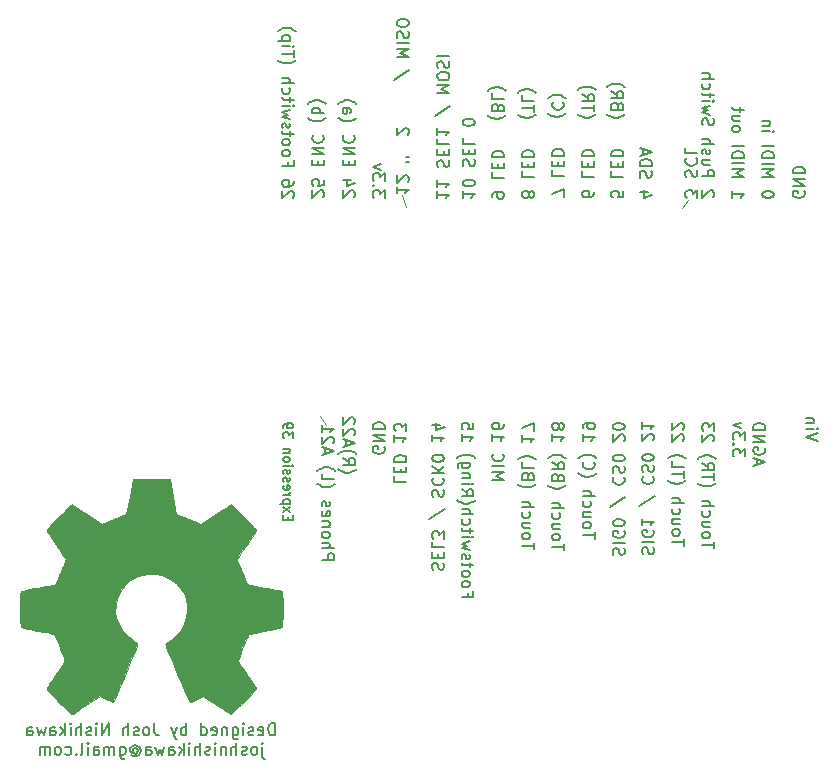
<source format=gbr>
G04 #@! TF.GenerationSoftware,KiCad,Pcbnew,(5.1.5)-3*
G04 #@! TF.CreationDate,2020-01-14T14:16:06+09:00*
G04 #@! TF.ProjectId,MOMI,4d4f4d49-2e6b-4696-9361-645f70636258,rev?*
G04 #@! TF.SameCoordinates,Original*
G04 #@! TF.FileFunction,Legend,Bot*
G04 #@! TF.FilePolarity,Positive*
%FSLAX46Y46*%
G04 Gerber Fmt 4.6, Leading zero omitted, Abs format (unit mm)*
G04 Created by KiCad (PCBNEW (5.1.5)-3) date 2020-01-14 14:16:06*
%MOMM*%
%LPD*%
G04 APERTURE LIST*
%ADD10C,0.150000*%
%ADD11C,0.120000*%
%ADD12C,0.010000*%
G04 APERTURE END LIST*
D10*
X110615690Y-158504380D02*
X110615690Y-157504380D01*
X110377595Y-157504380D01*
X110234738Y-157552000D01*
X110139500Y-157647238D01*
X110091880Y-157742476D01*
X110044261Y-157932952D01*
X110044261Y-158075809D01*
X110091880Y-158266285D01*
X110139500Y-158361523D01*
X110234738Y-158456761D01*
X110377595Y-158504380D01*
X110615690Y-158504380D01*
X109234738Y-158456761D02*
X109329976Y-158504380D01*
X109520452Y-158504380D01*
X109615690Y-158456761D01*
X109663309Y-158361523D01*
X109663309Y-157980571D01*
X109615690Y-157885333D01*
X109520452Y-157837714D01*
X109329976Y-157837714D01*
X109234738Y-157885333D01*
X109187119Y-157980571D01*
X109187119Y-158075809D01*
X109663309Y-158171047D01*
X108806166Y-158456761D02*
X108710928Y-158504380D01*
X108520452Y-158504380D01*
X108425214Y-158456761D01*
X108377595Y-158361523D01*
X108377595Y-158313904D01*
X108425214Y-158218666D01*
X108520452Y-158171047D01*
X108663309Y-158171047D01*
X108758547Y-158123428D01*
X108806166Y-158028190D01*
X108806166Y-157980571D01*
X108758547Y-157885333D01*
X108663309Y-157837714D01*
X108520452Y-157837714D01*
X108425214Y-157885333D01*
X107949023Y-158504380D02*
X107949023Y-157837714D01*
X107949023Y-157504380D02*
X107996642Y-157552000D01*
X107949023Y-157599619D01*
X107901404Y-157552000D01*
X107949023Y-157504380D01*
X107949023Y-157599619D01*
X107044261Y-157837714D02*
X107044261Y-158647238D01*
X107091880Y-158742476D01*
X107139500Y-158790095D01*
X107234738Y-158837714D01*
X107377595Y-158837714D01*
X107472833Y-158790095D01*
X107044261Y-158456761D02*
X107139500Y-158504380D01*
X107329976Y-158504380D01*
X107425214Y-158456761D01*
X107472833Y-158409142D01*
X107520452Y-158313904D01*
X107520452Y-158028190D01*
X107472833Y-157932952D01*
X107425214Y-157885333D01*
X107329976Y-157837714D01*
X107139500Y-157837714D01*
X107044261Y-157885333D01*
X106568071Y-157837714D02*
X106568071Y-158504380D01*
X106568071Y-157932952D02*
X106520452Y-157885333D01*
X106425214Y-157837714D01*
X106282357Y-157837714D01*
X106187119Y-157885333D01*
X106139500Y-157980571D01*
X106139500Y-158504380D01*
X105282357Y-158456761D02*
X105377595Y-158504380D01*
X105568071Y-158504380D01*
X105663309Y-158456761D01*
X105710928Y-158361523D01*
X105710928Y-157980571D01*
X105663309Y-157885333D01*
X105568071Y-157837714D01*
X105377595Y-157837714D01*
X105282357Y-157885333D01*
X105234738Y-157980571D01*
X105234738Y-158075809D01*
X105710928Y-158171047D01*
X104377595Y-158504380D02*
X104377595Y-157504380D01*
X104377595Y-158456761D02*
X104472833Y-158504380D01*
X104663309Y-158504380D01*
X104758547Y-158456761D01*
X104806166Y-158409142D01*
X104853785Y-158313904D01*
X104853785Y-158028190D01*
X104806166Y-157932952D01*
X104758547Y-157885333D01*
X104663309Y-157837714D01*
X104472833Y-157837714D01*
X104377595Y-157885333D01*
X103139500Y-158504380D02*
X103139500Y-157504380D01*
X103139500Y-157885333D02*
X103044261Y-157837714D01*
X102853785Y-157837714D01*
X102758547Y-157885333D01*
X102710928Y-157932952D01*
X102663309Y-158028190D01*
X102663309Y-158313904D01*
X102710928Y-158409142D01*
X102758547Y-158456761D01*
X102853785Y-158504380D01*
X103044261Y-158504380D01*
X103139500Y-158456761D01*
X102329976Y-157837714D02*
X102091880Y-158504380D01*
X101853785Y-157837714D02*
X102091880Y-158504380D01*
X102187119Y-158742476D01*
X102234738Y-158790095D01*
X102329976Y-158837714D01*
X100425214Y-157504380D02*
X100425214Y-158218666D01*
X100472833Y-158361523D01*
X100568071Y-158456761D01*
X100710928Y-158504380D01*
X100806166Y-158504380D01*
X99806166Y-158504380D02*
X99901404Y-158456761D01*
X99949023Y-158409142D01*
X99996642Y-158313904D01*
X99996642Y-158028190D01*
X99949023Y-157932952D01*
X99901404Y-157885333D01*
X99806166Y-157837714D01*
X99663309Y-157837714D01*
X99568071Y-157885333D01*
X99520452Y-157932952D01*
X99472833Y-158028190D01*
X99472833Y-158313904D01*
X99520452Y-158409142D01*
X99568071Y-158456761D01*
X99663309Y-158504380D01*
X99806166Y-158504380D01*
X99091880Y-158456761D02*
X98996642Y-158504380D01*
X98806166Y-158504380D01*
X98710928Y-158456761D01*
X98663309Y-158361523D01*
X98663309Y-158313904D01*
X98710928Y-158218666D01*
X98806166Y-158171047D01*
X98949023Y-158171047D01*
X99044261Y-158123428D01*
X99091880Y-158028190D01*
X99091880Y-157980571D01*
X99044261Y-157885333D01*
X98949023Y-157837714D01*
X98806166Y-157837714D01*
X98710928Y-157885333D01*
X98234738Y-158504380D02*
X98234738Y-157504380D01*
X97806166Y-158504380D02*
X97806166Y-157980571D01*
X97853785Y-157885333D01*
X97949023Y-157837714D01*
X98091880Y-157837714D01*
X98187119Y-157885333D01*
X98234738Y-157932952D01*
X96568071Y-158504380D02*
X96568071Y-157504380D01*
X95996642Y-158504380D01*
X95996642Y-157504380D01*
X95520452Y-158504380D02*
X95520452Y-157837714D01*
X95520452Y-157504380D02*
X95568071Y-157552000D01*
X95520452Y-157599619D01*
X95472833Y-157552000D01*
X95520452Y-157504380D01*
X95520452Y-157599619D01*
X95091880Y-158456761D02*
X94996642Y-158504380D01*
X94806166Y-158504380D01*
X94710928Y-158456761D01*
X94663309Y-158361523D01*
X94663309Y-158313904D01*
X94710928Y-158218666D01*
X94806166Y-158171047D01*
X94949023Y-158171047D01*
X95044261Y-158123428D01*
X95091880Y-158028190D01*
X95091880Y-157980571D01*
X95044261Y-157885333D01*
X94949023Y-157837714D01*
X94806166Y-157837714D01*
X94710928Y-157885333D01*
X94234738Y-158504380D02*
X94234738Y-157504380D01*
X93806166Y-158504380D02*
X93806166Y-157980571D01*
X93853785Y-157885333D01*
X93949023Y-157837714D01*
X94091880Y-157837714D01*
X94187119Y-157885333D01*
X94234738Y-157932952D01*
X93329976Y-158504380D02*
X93329976Y-157837714D01*
X93329976Y-157504380D02*
X93377595Y-157552000D01*
X93329976Y-157599619D01*
X93282357Y-157552000D01*
X93329976Y-157504380D01*
X93329976Y-157599619D01*
X92853785Y-158504380D02*
X92853785Y-157504380D01*
X92758547Y-158123428D02*
X92472833Y-158504380D01*
X92472833Y-157837714D02*
X92853785Y-158218666D01*
X91615690Y-158504380D02*
X91615690Y-157980571D01*
X91663309Y-157885333D01*
X91758547Y-157837714D01*
X91949023Y-157837714D01*
X92044261Y-157885333D01*
X91615690Y-158456761D02*
X91710928Y-158504380D01*
X91949023Y-158504380D01*
X92044261Y-158456761D01*
X92091880Y-158361523D01*
X92091880Y-158266285D01*
X92044261Y-158171047D01*
X91949023Y-158123428D01*
X91710928Y-158123428D01*
X91615690Y-158075809D01*
X91234738Y-157837714D02*
X91044261Y-158504380D01*
X90853785Y-158028190D01*
X90663309Y-158504380D01*
X90472833Y-157837714D01*
X89663309Y-158504380D02*
X89663309Y-157980571D01*
X89710928Y-157885333D01*
X89806166Y-157837714D01*
X89996642Y-157837714D01*
X90091880Y-157885333D01*
X89663309Y-158456761D02*
X89758547Y-158504380D01*
X89996642Y-158504380D01*
X90091880Y-158456761D01*
X90139500Y-158361523D01*
X90139500Y-158266285D01*
X90091880Y-158171047D01*
X89996642Y-158123428D01*
X89758547Y-158123428D01*
X89663309Y-158075809D01*
X109568071Y-159487714D02*
X109568071Y-160344857D01*
X109615690Y-160440095D01*
X109710928Y-160487714D01*
X109758547Y-160487714D01*
X109568071Y-159154380D02*
X109615690Y-159202000D01*
X109568071Y-159249619D01*
X109520452Y-159202000D01*
X109568071Y-159154380D01*
X109568071Y-159249619D01*
X108949023Y-160154380D02*
X109044261Y-160106761D01*
X109091880Y-160059142D01*
X109139500Y-159963904D01*
X109139500Y-159678190D01*
X109091880Y-159582952D01*
X109044261Y-159535333D01*
X108949023Y-159487714D01*
X108806166Y-159487714D01*
X108710928Y-159535333D01*
X108663309Y-159582952D01*
X108615690Y-159678190D01*
X108615690Y-159963904D01*
X108663309Y-160059142D01*
X108710928Y-160106761D01*
X108806166Y-160154380D01*
X108949023Y-160154380D01*
X108234738Y-160106761D02*
X108139500Y-160154380D01*
X107949023Y-160154380D01*
X107853785Y-160106761D01*
X107806166Y-160011523D01*
X107806166Y-159963904D01*
X107853785Y-159868666D01*
X107949023Y-159821047D01*
X108091880Y-159821047D01*
X108187119Y-159773428D01*
X108234738Y-159678190D01*
X108234738Y-159630571D01*
X108187119Y-159535333D01*
X108091880Y-159487714D01*
X107949023Y-159487714D01*
X107853785Y-159535333D01*
X107377595Y-160154380D02*
X107377595Y-159154380D01*
X106949023Y-160154380D02*
X106949023Y-159630571D01*
X106996642Y-159535333D01*
X107091880Y-159487714D01*
X107234738Y-159487714D01*
X107329976Y-159535333D01*
X107377595Y-159582952D01*
X106472833Y-159487714D02*
X106472833Y-160154380D01*
X106472833Y-159582952D02*
X106425214Y-159535333D01*
X106329976Y-159487714D01*
X106187119Y-159487714D01*
X106091880Y-159535333D01*
X106044261Y-159630571D01*
X106044261Y-160154380D01*
X105568071Y-160154380D02*
X105568071Y-159487714D01*
X105568071Y-159154380D02*
X105615690Y-159202000D01*
X105568071Y-159249619D01*
X105520452Y-159202000D01*
X105568071Y-159154380D01*
X105568071Y-159249619D01*
X105139500Y-160106761D02*
X105044261Y-160154380D01*
X104853785Y-160154380D01*
X104758547Y-160106761D01*
X104710928Y-160011523D01*
X104710928Y-159963904D01*
X104758547Y-159868666D01*
X104853785Y-159821047D01*
X104996642Y-159821047D01*
X105091880Y-159773428D01*
X105139500Y-159678190D01*
X105139500Y-159630571D01*
X105091880Y-159535333D01*
X104996642Y-159487714D01*
X104853785Y-159487714D01*
X104758547Y-159535333D01*
X104282357Y-160154380D02*
X104282357Y-159154380D01*
X103853785Y-160154380D02*
X103853785Y-159630571D01*
X103901404Y-159535333D01*
X103996642Y-159487714D01*
X104139500Y-159487714D01*
X104234738Y-159535333D01*
X104282357Y-159582952D01*
X103377595Y-160154380D02*
X103377595Y-159487714D01*
X103377595Y-159154380D02*
X103425214Y-159202000D01*
X103377595Y-159249619D01*
X103329976Y-159202000D01*
X103377595Y-159154380D01*
X103377595Y-159249619D01*
X102901404Y-160154380D02*
X102901404Y-159154380D01*
X102806166Y-159773428D02*
X102520452Y-160154380D01*
X102520452Y-159487714D02*
X102901404Y-159868666D01*
X101663309Y-160154380D02*
X101663309Y-159630571D01*
X101710928Y-159535333D01*
X101806166Y-159487714D01*
X101996642Y-159487714D01*
X102091880Y-159535333D01*
X101663309Y-160106761D02*
X101758547Y-160154380D01*
X101996642Y-160154380D01*
X102091880Y-160106761D01*
X102139500Y-160011523D01*
X102139500Y-159916285D01*
X102091880Y-159821047D01*
X101996642Y-159773428D01*
X101758547Y-159773428D01*
X101663309Y-159725809D01*
X101282357Y-159487714D02*
X101091880Y-160154380D01*
X100901404Y-159678190D01*
X100710928Y-160154380D01*
X100520452Y-159487714D01*
X99710928Y-160154380D02*
X99710928Y-159630571D01*
X99758547Y-159535333D01*
X99853785Y-159487714D01*
X100044261Y-159487714D01*
X100139500Y-159535333D01*
X99710928Y-160106761D02*
X99806166Y-160154380D01*
X100044261Y-160154380D01*
X100139500Y-160106761D01*
X100187119Y-160011523D01*
X100187119Y-159916285D01*
X100139500Y-159821047D01*
X100044261Y-159773428D01*
X99806166Y-159773428D01*
X99710928Y-159725809D01*
X98615690Y-159678190D02*
X98663309Y-159630571D01*
X98758547Y-159582952D01*
X98853785Y-159582952D01*
X98949023Y-159630571D01*
X98996642Y-159678190D01*
X99044261Y-159773428D01*
X99044261Y-159868666D01*
X98996642Y-159963904D01*
X98949023Y-160011523D01*
X98853785Y-160059142D01*
X98758547Y-160059142D01*
X98663309Y-160011523D01*
X98615690Y-159963904D01*
X98615690Y-159582952D02*
X98615690Y-159963904D01*
X98568071Y-160011523D01*
X98520452Y-160011523D01*
X98425214Y-159963904D01*
X98377595Y-159868666D01*
X98377595Y-159630571D01*
X98472833Y-159487714D01*
X98615690Y-159392476D01*
X98806166Y-159344857D01*
X98996642Y-159392476D01*
X99139500Y-159487714D01*
X99234738Y-159630571D01*
X99282357Y-159821047D01*
X99234738Y-160011523D01*
X99139500Y-160154380D01*
X98996642Y-160249619D01*
X98806166Y-160297238D01*
X98615690Y-160249619D01*
X98472833Y-160154380D01*
X97520452Y-159487714D02*
X97520452Y-160297238D01*
X97568071Y-160392476D01*
X97615690Y-160440095D01*
X97710928Y-160487714D01*
X97853785Y-160487714D01*
X97949023Y-160440095D01*
X97520452Y-160106761D02*
X97615690Y-160154380D01*
X97806166Y-160154380D01*
X97901404Y-160106761D01*
X97949023Y-160059142D01*
X97996642Y-159963904D01*
X97996642Y-159678190D01*
X97949023Y-159582952D01*
X97901404Y-159535333D01*
X97806166Y-159487714D01*
X97615690Y-159487714D01*
X97520452Y-159535333D01*
X97044261Y-160154380D02*
X97044261Y-159487714D01*
X97044261Y-159582952D02*
X96996642Y-159535333D01*
X96901404Y-159487714D01*
X96758547Y-159487714D01*
X96663309Y-159535333D01*
X96615690Y-159630571D01*
X96615690Y-160154380D01*
X96615690Y-159630571D02*
X96568071Y-159535333D01*
X96472833Y-159487714D01*
X96329976Y-159487714D01*
X96234738Y-159535333D01*
X96187119Y-159630571D01*
X96187119Y-160154380D01*
X95282357Y-160154380D02*
X95282357Y-159630571D01*
X95329976Y-159535333D01*
X95425214Y-159487714D01*
X95615690Y-159487714D01*
X95710928Y-159535333D01*
X95282357Y-160106761D02*
X95377595Y-160154380D01*
X95615690Y-160154380D01*
X95710928Y-160106761D01*
X95758547Y-160011523D01*
X95758547Y-159916285D01*
X95710928Y-159821047D01*
X95615690Y-159773428D01*
X95377595Y-159773428D01*
X95282357Y-159725809D01*
X94806166Y-160154380D02*
X94806166Y-159487714D01*
X94806166Y-159154380D02*
X94853785Y-159202000D01*
X94806166Y-159249619D01*
X94758547Y-159202000D01*
X94806166Y-159154380D01*
X94806166Y-159249619D01*
X94187119Y-160154380D02*
X94282357Y-160106761D01*
X94329976Y-160011523D01*
X94329976Y-159154380D01*
X93806166Y-160059142D02*
X93758547Y-160106761D01*
X93806166Y-160154380D01*
X93853785Y-160106761D01*
X93806166Y-160059142D01*
X93806166Y-160154380D01*
X92901404Y-160106761D02*
X92996642Y-160154380D01*
X93187119Y-160154380D01*
X93282357Y-160106761D01*
X93329976Y-160059142D01*
X93377595Y-159963904D01*
X93377595Y-159678190D01*
X93329976Y-159582952D01*
X93282357Y-159535333D01*
X93187119Y-159487714D01*
X92996642Y-159487714D01*
X92901404Y-159535333D01*
X92329976Y-160154380D02*
X92425214Y-160106761D01*
X92472833Y-160059142D01*
X92520452Y-159963904D01*
X92520452Y-159678190D01*
X92472833Y-159582952D01*
X92425214Y-159535333D01*
X92329976Y-159487714D01*
X92187119Y-159487714D01*
X92091880Y-159535333D01*
X92044261Y-159582952D01*
X91996642Y-159678190D01*
X91996642Y-159963904D01*
X92044261Y-160059142D01*
X92091880Y-160106761D01*
X92187119Y-160154380D01*
X92329976Y-160154380D01*
X91568071Y-160154380D02*
X91568071Y-159487714D01*
X91568071Y-159582952D02*
X91520452Y-159535333D01*
X91425214Y-159487714D01*
X91282357Y-159487714D01*
X91187119Y-159535333D01*
X91139500Y-159630571D01*
X91139500Y-160154380D01*
X91139500Y-159630571D02*
X91091880Y-159535333D01*
X90996642Y-159487714D01*
X90853785Y-159487714D01*
X90758547Y-159535333D01*
X90710928Y-159630571D01*
X90710928Y-160154380D01*
X151420533Y-135619904D02*
X151420533Y-135143714D01*
X151134819Y-135715142D02*
X152134819Y-135381809D01*
X151134819Y-135048476D01*
X152087200Y-134191333D02*
X152134819Y-134286571D01*
X152134819Y-134429428D01*
X152087200Y-134572285D01*
X151991961Y-134667523D01*
X151896723Y-134715142D01*
X151706247Y-134762761D01*
X151563390Y-134762761D01*
X151372914Y-134715142D01*
X151277676Y-134667523D01*
X151182438Y-134572285D01*
X151134819Y-134429428D01*
X151134819Y-134334190D01*
X151182438Y-134191333D01*
X151230057Y-134143714D01*
X151563390Y-134143714D01*
X151563390Y-134334190D01*
X151134819Y-133715142D02*
X152134819Y-133715142D01*
X151134819Y-133143714D01*
X152134819Y-133143714D01*
X151134819Y-132667523D02*
X152134819Y-132667523D01*
X152134819Y-132429428D01*
X152087200Y-132286571D01*
X151991961Y-132191333D01*
X151896723Y-132143714D01*
X151706247Y-132096095D01*
X151563390Y-132096095D01*
X151372914Y-132143714D01*
X151277676Y-132191333D01*
X151182438Y-132286571D01*
X151134819Y-132429428D01*
X151134819Y-132667523D01*
D11*
X121361200Y-112776000D02*
X121767600Y-113792000D01*
X145605500Y-113220500D02*
X145097500Y-113855500D01*
X114427000Y-131445000D02*
X114998500Y-132270500D01*
D10*
X116006666Y-135983409D02*
X116054285Y-136031028D01*
X116197142Y-136126266D01*
X116292380Y-136173885D01*
X116435238Y-136221504D01*
X116673333Y-136269123D01*
X116863809Y-136269123D01*
X117101904Y-136221504D01*
X117244761Y-136173885D01*
X117340000Y-136126266D01*
X117482857Y-136031028D01*
X117530476Y-135983409D01*
X116387619Y-135031028D02*
X116863809Y-135364361D01*
X116387619Y-135602457D02*
X117387619Y-135602457D01*
X117387619Y-135221504D01*
X117340000Y-135126266D01*
X117292380Y-135078647D01*
X117197142Y-135031028D01*
X117054285Y-135031028D01*
X116959047Y-135078647D01*
X116911428Y-135126266D01*
X116863809Y-135221504D01*
X116863809Y-135602457D01*
X116006666Y-134697695D02*
X116054285Y-134650076D01*
X116197142Y-134554838D01*
X116292380Y-134507219D01*
X116435238Y-134459600D01*
X116673333Y-134411980D01*
X116863809Y-134411980D01*
X117101904Y-134459600D01*
X117244761Y-134507219D01*
X117340000Y-134554838D01*
X117482857Y-134650076D01*
X117530476Y-134697695D01*
X116673333Y-133983409D02*
X116673333Y-133507219D01*
X116387619Y-134078647D02*
X117387619Y-133745314D01*
X116387619Y-133411980D01*
X117292380Y-133126266D02*
X117340000Y-133078647D01*
X117387619Y-132983409D01*
X117387619Y-132745314D01*
X117340000Y-132650076D01*
X117292380Y-132602457D01*
X117197142Y-132554838D01*
X117101904Y-132554838D01*
X116959047Y-132602457D01*
X116387619Y-133173885D01*
X116387619Y-132554838D01*
X117292380Y-132173885D02*
X117340000Y-132126266D01*
X117387619Y-132031028D01*
X117387619Y-131792933D01*
X117340000Y-131697695D01*
X117292380Y-131650076D01*
X117197142Y-131602457D01*
X117101904Y-131602457D01*
X116959047Y-131650076D01*
X116387619Y-132221504D01*
X116387619Y-131602457D01*
X114609619Y-143652166D02*
X115609619Y-143652166D01*
X115609619Y-143271214D01*
X115562000Y-143175976D01*
X115514380Y-143128357D01*
X115419142Y-143080738D01*
X115276285Y-143080738D01*
X115181047Y-143128357D01*
X115133428Y-143175976D01*
X115085809Y-143271214D01*
X115085809Y-143652166D01*
X114609619Y-142652166D02*
X115609619Y-142652166D01*
X114609619Y-142223595D02*
X115133428Y-142223595D01*
X115228666Y-142271214D01*
X115276285Y-142366452D01*
X115276285Y-142509309D01*
X115228666Y-142604547D01*
X115181047Y-142652166D01*
X114609619Y-141604547D02*
X114657238Y-141699785D01*
X114704857Y-141747404D01*
X114800095Y-141795023D01*
X115085809Y-141795023D01*
X115181047Y-141747404D01*
X115228666Y-141699785D01*
X115276285Y-141604547D01*
X115276285Y-141461690D01*
X115228666Y-141366452D01*
X115181047Y-141318833D01*
X115085809Y-141271214D01*
X114800095Y-141271214D01*
X114704857Y-141318833D01*
X114657238Y-141366452D01*
X114609619Y-141461690D01*
X114609619Y-141604547D01*
X115276285Y-140842642D02*
X114609619Y-140842642D01*
X115181047Y-140842642D02*
X115228666Y-140795023D01*
X115276285Y-140699785D01*
X115276285Y-140556928D01*
X115228666Y-140461690D01*
X115133428Y-140414071D01*
X114609619Y-140414071D01*
X114657238Y-139556928D02*
X114609619Y-139652166D01*
X114609619Y-139842642D01*
X114657238Y-139937880D01*
X114752476Y-139985500D01*
X115133428Y-139985500D01*
X115228666Y-139937880D01*
X115276285Y-139842642D01*
X115276285Y-139652166D01*
X115228666Y-139556928D01*
X115133428Y-139509309D01*
X115038190Y-139509309D01*
X114942952Y-139985500D01*
X114657238Y-139128357D02*
X114609619Y-139033119D01*
X114609619Y-138842642D01*
X114657238Y-138747404D01*
X114752476Y-138699785D01*
X114800095Y-138699785D01*
X114895333Y-138747404D01*
X114942952Y-138842642D01*
X114942952Y-138985500D01*
X114990571Y-139080738D01*
X115085809Y-139128357D01*
X115133428Y-139128357D01*
X115228666Y-139080738D01*
X115276285Y-138985500D01*
X115276285Y-138842642D01*
X115228666Y-138747404D01*
X114228666Y-137223595D02*
X114276285Y-137271214D01*
X114419142Y-137366452D01*
X114514380Y-137414071D01*
X114657238Y-137461690D01*
X114895333Y-137509309D01*
X115085809Y-137509309D01*
X115323904Y-137461690D01*
X115466761Y-137414071D01*
X115562000Y-137366452D01*
X115704857Y-137271214D01*
X115752476Y-137223595D01*
X114609619Y-136366452D02*
X114609619Y-136842642D01*
X115609619Y-136842642D01*
X114228666Y-136128357D02*
X114276285Y-136080738D01*
X114419142Y-135985500D01*
X114514380Y-135937880D01*
X114657238Y-135890261D01*
X114895333Y-135842642D01*
X115085809Y-135842642D01*
X115323904Y-135890261D01*
X115466761Y-135937880D01*
X115562000Y-135985500D01*
X115704857Y-136080738D01*
X115752476Y-136128357D01*
X114895333Y-134652166D02*
X114895333Y-134175976D01*
X114609619Y-134747404D02*
X115609619Y-134414071D01*
X114609619Y-134080738D01*
X115514380Y-133795023D02*
X115562000Y-133747404D01*
X115609619Y-133652166D01*
X115609619Y-133414071D01*
X115562000Y-133318833D01*
X115514380Y-133271214D01*
X115419142Y-133223595D01*
X115323904Y-133223595D01*
X115181047Y-133271214D01*
X114609619Y-133842642D01*
X114609619Y-133223595D01*
X114609619Y-132271214D02*
X114609619Y-132842642D01*
X114609619Y-132556928D02*
X115609619Y-132556928D01*
X115466761Y-132652166D01*
X115371523Y-132747404D01*
X115323904Y-132842642D01*
X111766342Y-140270990D02*
X111766342Y-140004323D01*
X111347295Y-139890038D02*
X111347295Y-140270990D01*
X112147295Y-140270990D01*
X112147295Y-139890038D01*
X111347295Y-139623371D02*
X111880628Y-139204323D01*
X111880628Y-139623371D02*
X111347295Y-139204323D01*
X111880628Y-138899561D02*
X111080628Y-138899561D01*
X111842533Y-138899561D02*
X111880628Y-138823371D01*
X111880628Y-138670990D01*
X111842533Y-138594800D01*
X111804438Y-138556704D01*
X111728247Y-138518609D01*
X111499676Y-138518609D01*
X111423485Y-138556704D01*
X111385390Y-138594800D01*
X111347295Y-138670990D01*
X111347295Y-138823371D01*
X111385390Y-138899561D01*
X111347295Y-138175752D02*
X111880628Y-138175752D01*
X111728247Y-138175752D02*
X111804438Y-138137657D01*
X111842533Y-138099561D01*
X111880628Y-138023371D01*
X111880628Y-137947180D01*
X111385390Y-137375752D02*
X111347295Y-137451942D01*
X111347295Y-137604323D01*
X111385390Y-137680514D01*
X111461580Y-137718609D01*
X111766342Y-137718609D01*
X111842533Y-137680514D01*
X111880628Y-137604323D01*
X111880628Y-137451942D01*
X111842533Y-137375752D01*
X111766342Y-137337657D01*
X111690152Y-137337657D01*
X111613961Y-137718609D01*
X111385390Y-137032895D02*
X111347295Y-136956704D01*
X111347295Y-136804323D01*
X111385390Y-136728133D01*
X111461580Y-136690038D01*
X111499676Y-136690038D01*
X111575866Y-136728133D01*
X111613961Y-136804323D01*
X111613961Y-136918609D01*
X111652057Y-136994800D01*
X111728247Y-137032895D01*
X111766342Y-137032895D01*
X111842533Y-136994800D01*
X111880628Y-136918609D01*
X111880628Y-136804323D01*
X111842533Y-136728133D01*
X111385390Y-136385276D02*
X111347295Y-136309085D01*
X111347295Y-136156704D01*
X111385390Y-136080514D01*
X111461580Y-136042419D01*
X111499676Y-136042419D01*
X111575866Y-136080514D01*
X111613961Y-136156704D01*
X111613961Y-136270990D01*
X111652057Y-136347180D01*
X111728247Y-136385276D01*
X111766342Y-136385276D01*
X111842533Y-136347180D01*
X111880628Y-136270990D01*
X111880628Y-136156704D01*
X111842533Y-136080514D01*
X111347295Y-135699561D02*
X111880628Y-135699561D01*
X112147295Y-135699561D02*
X112109200Y-135737657D01*
X112071104Y-135699561D01*
X112109200Y-135661466D01*
X112147295Y-135699561D01*
X112071104Y-135699561D01*
X111347295Y-135204323D02*
X111385390Y-135280514D01*
X111423485Y-135318609D01*
X111499676Y-135356704D01*
X111728247Y-135356704D01*
X111804438Y-135318609D01*
X111842533Y-135280514D01*
X111880628Y-135204323D01*
X111880628Y-135090038D01*
X111842533Y-135013847D01*
X111804438Y-134975752D01*
X111728247Y-134937657D01*
X111499676Y-134937657D01*
X111423485Y-134975752D01*
X111385390Y-135013847D01*
X111347295Y-135090038D01*
X111347295Y-135204323D01*
X111880628Y-134594800D02*
X111347295Y-134594800D01*
X111804438Y-134594800D02*
X111842533Y-134556704D01*
X111880628Y-134480514D01*
X111880628Y-134366228D01*
X111842533Y-134290038D01*
X111766342Y-134251942D01*
X111347295Y-134251942D01*
X112147295Y-133337657D02*
X112147295Y-132842419D01*
X111842533Y-133109085D01*
X111842533Y-132994800D01*
X111804438Y-132918609D01*
X111766342Y-132880514D01*
X111690152Y-132842419D01*
X111499676Y-132842419D01*
X111423485Y-132880514D01*
X111385390Y-132918609D01*
X111347295Y-132994800D01*
X111347295Y-133223371D01*
X111385390Y-133299561D01*
X111423485Y-133337657D01*
X111347295Y-132461466D02*
X111347295Y-132309085D01*
X111385390Y-132232895D01*
X111423485Y-132194800D01*
X111537771Y-132118609D01*
X111690152Y-132080514D01*
X111994914Y-132080514D01*
X112071104Y-132118609D01*
X112109200Y-132156704D01*
X112147295Y-132232895D01*
X112147295Y-132385276D01*
X112109200Y-132461466D01*
X112071104Y-132499561D01*
X111994914Y-132537657D01*
X111804438Y-132537657D01*
X111728247Y-132499561D01*
X111690152Y-132461466D01*
X111652057Y-132385276D01*
X111652057Y-132232895D01*
X111690152Y-132156704D01*
X111728247Y-132118609D01*
X111804438Y-132080514D01*
X119880000Y-134111904D02*
X119927619Y-134207142D01*
X119927619Y-134350000D01*
X119880000Y-134492857D01*
X119784761Y-134588095D01*
X119689523Y-134635714D01*
X119499047Y-134683333D01*
X119356190Y-134683333D01*
X119165714Y-134635714D01*
X119070476Y-134588095D01*
X118975238Y-134492857D01*
X118927619Y-134350000D01*
X118927619Y-134254761D01*
X118975238Y-134111904D01*
X119022857Y-134064285D01*
X119356190Y-134064285D01*
X119356190Y-134254761D01*
X118927619Y-133635714D02*
X119927619Y-133635714D01*
X118927619Y-133064285D01*
X119927619Y-133064285D01*
X118927619Y-132588095D02*
X119927619Y-132588095D01*
X119927619Y-132350000D01*
X119880000Y-132207142D01*
X119784761Y-132111904D01*
X119689523Y-132064285D01*
X119499047Y-132016666D01*
X119356190Y-132016666D01*
X119165714Y-132064285D01*
X119070476Y-132111904D01*
X118975238Y-132207142D01*
X118927619Y-132350000D01*
X118927619Y-132588095D01*
X120756419Y-136596190D02*
X120756419Y-137072380D01*
X121756419Y-137072380D01*
X121280228Y-136262857D02*
X121280228Y-135929523D01*
X120756419Y-135786666D02*
X120756419Y-136262857D01*
X121756419Y-136262857D01*
X121756419Y-135786666D01*
X120756419Y-135358095D02*
X121756419Y-135358095D01*
X121756419Y-135120000D01*
X121708800Y-134977142D01*
X121613561Y-134881904D01*
X121518323Y-134834285D01*
X121327847Y-134786666D01*
X121184990Y-134786666D01*
X120994514Y-134834285D01*
X120899276Y-134881904D01*
X120804038Y-134977142D01*
X120756419Y-135120000D01*
X120756419Y-135358095D01*
X120756419Y-133072380D02*
X120756419Y-133643809D01*
X120756419Y-133358095D02*
X121756419Y-133358095D01*
X121613561Y-133453333D01*
X121518323Y-133548571D01*
X121470704Y-133643809D01*
X121756419Y-132739047D02*
X121756419Y-132120000D01*
X121375466Y-132453333D01*
X121375466Y-132310476D01*
X121327847Y-132215238D01*
X121280228Y-132167619D01*
X121184990Y-132120000D01*
X120946895Y-132120000D01*
X120851657Y-132167619D01*
X120804038Y-132215238D01*
X120756419Y-132310476D01*
X120756419Y-132596190D01*
X120804038Y-132691428D01*
X120851657Y-132739047D01*
X123991738Y-144493476D02*
X123944119Y-144350619D01*
X123944119Y-144112523D01*
X123991738Y-144017285D01*
X124039357Y-143969666D01*
X124134595Y-143922047D01*
X124229833Y-143922047D01*
X124325071Y-143969666D01*
X124372690Y-144017285D01*
X124420309Y-144112523D01*
X124467928Y-144303000D01*
X124515547Y-144398238D01*
X124563166Y-144445857D01*
X124658404Y-144493476D01*
X124753642Y-144493476D01*
X124848880Y-144445857D01*
X124896500Y-144398238D01*
X124944119Y-144303000D01*
X124944119Y-144064904D01*
X124896500Y-143922047D01*
X124467928Y-143493476D02*
X124467928Y-143160142D01*
X123944119Y-143017285D02*
X123944119Y-143493476D01*
X124944119Y-143493476D01*
X124944119Y-143017285D01*
X123944119Y-142112523D02*
X123944119Y-142588714D01*
X124944119Y-142588714D01*
X124944119Y-141874428D02*
X124944119Y-141255380D01*
X124563166Y-141588714D01*
X124563166Y-141445857D01*
X124515547Y-141350619D01*
X124467928Y-141303000D01*
X124372690Y-141255380D01*
X124134595Y-141255380D01*
X124039357Y-141303000D01*
X123991738Y-141350619D01*
X123944119Y-141445857D01*
X123944119Y-141731571D01*
X123991738Y-141826809D01*
X124039357Y-141874428D01*
X124991738Y-139350619D02*
X123706023Y-140207761D01*
X123991738Y-138303000D02*
X123944119Y-138160142D01*
X123944119Y-137922047D01*
X123991738Y-137826809D01*
X124039357Y-137779190D01*
X124134595Y-137731571D01*
X124229833Y-137731571D01*
X124325071Y-137779190D01*
X124372690Y-137826809D01*
X124420309Y-137922047D01*
X124467928Y-138112523D01*
X124515547Y-138207761D01*
X124563166Y-138255380D01*
X124658404Y-138303000D01*
X124753642Y-138303000D01*
X124848880Y-138255380D01*
X124896500Y-138207761D01*
X124944119Y-138112523D01*
X124944119Y-137874428D01*
X124896500Y-137731571D01*
X124039357Y-136731571D02*
X123991738Y-136779190D01*
X123944119Y-136922047D01*
X123944119Y-137017285D01*
X123991738Y-137160142D01*
X124086976Y-137255380D01*
X124182214Y-137303000D01*
X124372690Y-137350619D01*
X124515547Y-137350619D01*
X124706023Y-137303000D01*
X124801261Y-137255380D01*
X124896500Y-137160142D01*
X124944119Y-137017285D01*
X124944119Y-136922047D01*
X124896500Y-136779190D01*
X124848880Y-136731571D01*
X123944119Y-136303000D02*
X124944119Y-136303000D01*
X123944119Y-135731571D02*
X124515547Y-136160142D01*
X124944119Y-135731571D02*
X124372690Y-136303000D01*
X124944119Y-135112523D02*
X124944119Y-135017285D01*
X124896500Y-134922047D01*
X124848880Y-134874428D01*
X124753642Y-134826809D01*
X124563166Y-134779190D01*
X124325071Y-134779190D01*
X124134595Y-134826809D01*
X124039357Y-134874428D01*
X123991738Y-134922047D01*
X123944119Y-135017285D01*
X123944119Y-135112523D01*
X123991738Y-135207761D01*
X124039357Y-135255380D01*
X124134595Y-135303000D01*
X124325071Y-135350619D01*
X124563166Y-135350619D01*
X124753642Y-135303000D01*
X124848880Y-135255380D01*
X124896500Y-135207761D01*
X124944119Y-135112523D01*
X123944119Y-133064904D02*
X123944119Y-133636333D01*
X123944119Y-133350619D02*
X124944119Y-133350619D01*
X124801261Y-133445857D01*
X124706023Y-133541095D01*
X124658404Y-133636333D01*
X124610785Y-132207761D02*
X123944119Y-132207761D01*
X124991738Y-132445857D02*
X124277452Y-132683952D01*
X124277452Y-132064904D01*
X126969828Y-146469809D02*
X126969828Y-146803142D01*
X126446019Y-146803142D02*
X127446019Y-146803142D01*
X127446019Y-146326952D01*
X126446019Y-145803142D02*
X126493638Y-145898380D01*
X126541257Y-145946000D01*
X126636495Y-145993619D01*
X126922209Y-145993619D01*
X127017447Y-145946000D01*
X127065066Y-145898380D01*
X127112685Y-145803142D01*
X127112685Y-145660285D01*
X127065066Y-145565047D01*
X127017447Y-145517428D01*
X126922209Y-145469809D01*
X126636495Y-145469809D01*
X126541257Y-145517428D01*
X126493638Y-145565047D01*
X126446019Y-145660285D01*
X126446019Y-145803142D01*
X126446019Y-144898380D02*
X126493638Y-144993619D01*
X126541257Y-145041238D01*
X126636495Y-145088857D01*
X126922209Y-145088857D01*
X127017447Y-145041238D01*
X127065066Y-144993619D01*
X127112685Y-144898380D01*
X127112685Y-144755523D01*
X127065066Y-144660285D01*
X127017447Y-144612666D01*
X126922209Y-144565047D01*
X126636495Y-144565047D01*
X126541257Y-144612666D01*
X126493638Y-144660285D01*
X126446019Y-144755523D01*
X126446019Y-144898380D01*
X127112685Y-144279333D02*
X127112685Y-143898380D01*
X127446019Y-144136476D02*
X126588876Y-144136476D01*
X126493638Y-144088857D01*
X126446019Y-143993619D01*
X126446019Y-143898380D01*
X126493638Y-143612666D02*
X126446019Y-143517428D01*
X126446019Y-143326952D01*
X126493638Y-143231714D01*
X126588876Y-143184095D01*
X126636495Y-143184095D01*
X126731733Y-143231714D01*
X126779352Y-143326952D01*
X126779352Y-143469809D01*
X126826971Y-143565047D01*
X126922209Y-143612666D01*
X126969828Y-143612666D01*
X127065066Y-143565047D01*
X127112685Y-143469809D01*
X127112685Y-143326952D01*
X127065066Y-143231714D01*
X127112685Y-142850761D02*
X126446019Y-142660285D01*
X126922209Y-142469809D01*
X126446019Y-142279333D01*
X127112685Y-142088857D01*
X126446019Y-141707904D02*
X127112685Y-141707904D01*
X127446019Y-141707904D02*
X127398400Y-141755523D01*
X127350780Y-141707904D01*
X127398400Y-141660285D01*
X127446019Y-141707904D01*
X127350780Y-141707904D01*
X127112685Y-141374571D02*
X127112685Y-140993619D01*
X127446019Y-141231714D02*
X126588876Y-141231714D01*
X126493638Y-141184095D01*
X126446019Y-141088857D01*
X126446019Y-140993619D01*
X126493638Y-140231714D02*
X126446019Y-140326952D01*
X126446019Y-140517428D01*
X126493638Y-140612666D01*
X126541257Y-140660285D01*
X126636495Y-140707904D01*
X126922209Y-140707904D01*
X127017447Y-140660285D01*
X127065066Y-140612666D01*
X127112685Y-140517428D01*
X127112685Y-140326952D01*
X127065066Y-140231714D01*
X126446019Y-139803142D02*
X127446019Y-139803142D01*
X126446019Y-139374571D02*
X126969828Y-139374571D01*
X127065066Y-139422190D01*
X127112685Y-139517428D01*
X127112685Y-139660285D01*
X127065066Y-139755523D01*
X127017447Y-139803142D01*
X126065066Y-138612666D02*
X126112685Y-138660285D01*
X126255542Y-138755523D01*
X126350780Y-138803142D01*
X126493638Y-138850761D01*
X126731733Y-138898380D01*
X126922209Y-138898380D01*
X127160304Y-138850761D01*
X127303161Y-138803142D01*
X127398400Y-138755523D01*
X127541257Y-138660285D01*
X127588876Y-138612666D01*
X126446019Y-137660285D02*
X126922209Y-137993619D01*
X126446019Y-138231714D02*
X127446019Y-138231714D01*
X127446019Y-137850761D01*
X127398400Y-137755523D01*
X127350780Y-137707904D01*
X127255542Y-137660285D01*
X127112685Y-137660285D01*
X127017447Y-137707904D01*
X126969828Y-137755523D01*
X126922209Y-137850761D01*
X126922209Y-138231714D01*
X126446019Y-137231714D02*
X127112685Y-137231714D01*
X127446019Y-137231714D02*
X127398400Y-137279333D01*
X127350780Y-137231714D01*
X127398400Y-137184095D01*
X127446019Y-137231714D01*
X127350780Y-137231714D01*
X127112685Y-136755523D02*
X126446019Y-136755523D01*
X127017447Y-136755523D02*
X127065066Y-136707904D01*
X127112685Y-136612666D01*
X127112685Y-136469809D01*
X127065066Y-136374571D01*
X126969828Y-136326952D01*
X126446019Y-136326952D01*
X127112685Y-135422190D02*
X126303161Y-135422190D01*
X126207923Y-135469809D01*
X126160304Y-135517428D01*
X126112685Y-135612666D01*
X126112685Y-135755523D01*
X126160304Y-135850761D01*
X126493638Y-135422190D02*
X126446019Y-135517428D01*
X126446019Y-135707904D01*
X126493638Y-135803142D01*
X126541257Y-135850761D01*
X126636495Y-135898380D01*
X126922209Y-135898380D01*
X127017447Y-135850761D01*
X127065066Y-135803142D01*
X127112685Y-135707904D01*
X127112685Y-135517428D01*
X127065066Y-135422190D01*
X126065066Y-135041238D02*
X126112685Y-134993619D01*
X126255542Y-134898380D01*
X126350780Y-134850761D01*
X126493638Y-134803142D01*
X126731733Y-134755523D01*
X126922209Y-134755523D01*
X127160304Y-134803142D01*
X127303161Y-134850761D01*
X127398400Y-134898380D01*
X127541257Y-134993619D01*
X127588876Y-135041238D01*
X126446019Y-132993619D02*
X126446019Y-133565047D01*
X126446019Y-133279333D02*
X127446019Y-133279333D01*
X127303161Y-133374571D01*
X127207923Y-133469809D01*
X127160304Y-133565047D01*
X127446019Y-132088857D02*
X127446019Y-132565047D01*
X126969828Y-132612666D01*
X127017447Y-132565047D01*
X127065066Y-132469809D01*
X127065066Y-132231714D01*
X127017447Y-132136476D01*
X126969828Y-132088857D01*
X126874590Y-132041238D01*
X126636495Y-132041238D01*
X126541257Y-132088857D01*
X126493638Y-132136476D01*
X126446019Y-132231714D01*
X126446019Y-132469809D01*
X126493638Y-132565047D01*
X126541257Y-132612666D01*
X129024119Y-136897761D02*
X130024119Y-136897761D01*
X129309833Y-136564428D01*
X130024119Y-136231095D01*
X129024119Y-136231095D01*
X129024119Y-135754904D02*
X130024119Y-135754904D01*
X129119357Y-134707285D02*
X129071738Y-134754904D01*
X129024119Y-134897761D01*
X129024119Y-134993000D01*
X129071738Y-135135857D01*
X129166976Y-135231095D01*
X129262214Y-135278714D01*
X129452690Y-135326333D01*
X129595547Y-135326333D01*
X129786023Y-135278714D01*
X129881261Y-135231095D01*
X129976500Y-135135857D01*
X130024119Y-134993000D01*
X130024119Y-134897761D01*
X129976500Y-134754904D01*
X129928880Y-134707285D01*
X129024119Y-132993000D02*
X129024119Y-133564428D01*
X129024119Y-133278714D02*
X130024119Y-133278714D01*
X129881261Y-133373952D01*
X129786023Y-133469190D01*
X129738404Y-133564428D01*
X130024119Y-132135857D02*
X130024119Y-132326333D01*
X129976500Y-132421571D01*
X129928880Y-132469190D01*
X129786023Y-132564428D01*
X129595547Y-132612047D01*
X129214595Y-132612047D01*
X129119357Y-132564428D01*
X129071738Y-132516809D01*
X129024119Y-132421571D01*
X129024119Y-132231095D01*
X129071738Y-132135857D01*
X129119357Y-132088238D01*
X129214595Y-132040619D01*
X129452690Y-132040619D01*
X129547928Y-132088238D01*
X129595547Y-132135857D01*
X129643166Y-132231095D01*
X129643166Y-132421571D01*
X129595547Y-132516809D01*
X129547928Y-132564428D01*
X129452690Y-132612047D01*
X132564119Y-142771142D02*
X132564119Y-142199714D01*
X131564119Y-142485428D02*
X132564119Y-142485428D01*
X131564119Y-141723523D02*
X131611738Y-141818761D01*
X131659357Y-141866380D01*
X131754595Y-141914000D01*
X132040309Y-141914000D01*
X132135547Y-141866380D01*
X132183166Y-141818761D01*
X132230785Y-141723523D01*
X132230785Y-141580666D01*
X132183166Y-141485428D01*
X132135547Y-141437809D01*
X132040309Y-141390190D01*
X131754595Y-141390190D01*
X131659357Y-141437809D01*
X131611738Y-141485428D01*
X131564119Y-141580666D01*
X131564119Y-141723523D01*
X132230785Y-140533047D02*
X131564119Y-140533047D01*
X132230785Y-140961619D02*
X131706976Y-140961619D01*
X131611738Y-140914000D01*
X131564119Y-140818761D01*
X131564119Y-140675904D01*
X131611738Y-140580666D01*
X131659357Y-140533047D01*
X131611738Y-139628285D02*
X131564119Y-139723523D01*
X131564119Y-139914000D01*
X131611738Y-140009238D01*
X131659357Y-140056857D01*
X131754595Y-140104476D01*
X132040309Y-140104476D01*
X132135547Y-140056857D01*
X132183166Y-140009238D01*
X132230785Y-139914000D01*
X132230785Y-139723523D01*
X132183166Y-139628285D01*
X131564119Y-139199714D02*
X132564119Y-139199714D01*
X131564119Y-138771142D02*
X132087928Y-138771142D01*
X132183166Y-138818761D01*
X132230785Y-138914000D01*
X132230785Y-139056857D01*
X132183166Y-139152095D01*
X132135547Y-139199714D01*
X131183166Y-137247333D02*
X131230785Y-137294952D01*
X131373642Y-137390190D01*
X131468880Y-137437809D01*
X131611738Y-137485428D01*
X131849833Y-137533047D01*
X132040309Y-137533047D01*
X132278404Y-137485428D01*
X132421261Y-137437809D01*
X132516500Y-137390190D01*
X132659357Y-137294952D01*
X132706976Y-137247333D01*
X132087928Y-136533047D02*
X132040309Y-136390190D01*
X131992690Y-136342571D01*
X131897452Y-136294952D01*
X131754595Y-136294952D01*
X131659357Y-136342571D01*
X131611738Y-136390190D01*
X131564119Y-136485428D01*
X131564119Y-136866380D01*
X132564119Y-136866380D01*
X132564119Y-136533047D01*
X132516500Y-136437809D01*
X132468880Y-136390190D01*
X132373642Y-136342571D01*
X132278404Y-136342571D01*
X132183166Y-136390190D01*
X132135547Y-136437809D01*
X132087928Y-136533047D01*
X132087928Y-136866380D01*
X131564119Y-135390190D02*
X131564119Y-135866380D01*
X132564119Y-135866380D01*
X131183166Y-135152095D02*
X131230785Y-135104476D01*
X131373642Y-135009238D01*
X131468880Y-134961619D01*
X131611738Y-134914000D01*
X131849833Y-134866380D01*
X132040309Y-134866380D01*
X132278404Y-134914000D01*
X132421261Y-134961619D01*
X132516500Y-135009238D01*
X132659357Y-135104476D01*
X132706976Y-135152095D01*
X131564119Y-133104476D02*
X131564119Y-133675904D01*
X131564119Y-133390190D02*
X132564119Y-133390190D01*
X132421261Y-133485428D01*
X132326023Y-133580666D01*
X132278404Y-133675904D01*
X132564119Y-132771142D02*
X132564119Y-132104476D01*
X131564119Y-132533047D01*
X135104119Y-142866380D02*
X135104119Y-142294952D01*
X134104119Y-142580666D02*
X135104119Y-142580666D01*
X134104119Y-141818761D02*
X134151738Y-141914000D01*
X134199357Y-141961619D01*
X134294595Y-142009238D01*
X134580309Y-142009238D01*
X134675547Y-141961619D01*
X134723166Y-141914000D01*
X134770785Y-141818761D01*
X134770785Y-141675904D01*
X134723166Y-141580666D01*
X134675547Y-141533047D01*
X134580309Y-141485428D01*
X134294595Y-141485428D01*
X134199357Y-141533047D01*
X134151738Y-141580666D01*
X134104119Y-141675904D01*
X134104119Y-141818761D01*
X134770785Y-140628285D02*
X134104119Y-140628285D01*
X134770785Y-141056857D02*
X134246976Y-141056857D01*
X134151738Y-141009238D01*
X134104119Y-140914000D01*
X134104119Y-140771142D01*
X134151738Y-140675904D01*
X134199357Y-140628285D01*
X134151738Y-139723523D02*
X134104119Y-139818761D01*
X134104119Y-140009238D01*
X134151738Y-140104476D01*
X134199357Y-140152095D01*
X134294595Y-140199714D01*
X134580309Y-140199714D01*
X134675547Y-140152095D01*
X134723166Y-140104476D01*
X134770785Y-140009238D01*
X134770785Y-139818761D01*
X134723166Y-139723523D01*
X134104119Y-139294952D02*
X135104119Y-139294952D01*
X134104119Y-138866380D02*
X134627928Y-138866380D01*
X134723166Y-138914000D01*
X134770785Y-139009238D01*
X134770785Y-139152095D01*
X134723166Y-139247333D01*
X134675547Y-139294952D01*
X133723166Y-137342571D02*
X133770785Y-137390190D01*
X133913642Y-137485428D01*
X134008880Y-137533047D01*
X134151738Y-137580666D01*
X134389833Y-137628285D01*
X134580309Y-137628285D01*
X134818404Y-137580666D01*
X134961261Y-137533047D01*
X135056500Y-137485428D01*
X135199357Y-137390190D01*
X135246976Y-137342571D01*
X134627928Y-136628285D02*
X134580309Y-136485428D01*
X134532690Y-136437809D01*
X134437452Y-136390190D01*
X134294595Y-136390190D01*
X134199357Y-136437809D01*
X134151738Y-136485428D01*
X134104119Y-136580666D01*
X134104119Y-136961619D01*
X135104119Y-136961619D01*
X135104119Y-136628285D01*
X135056500Y-136533047D01*
X135008880Y-136485428D01*
X134913642Y-136437809D01*
X134818404Y-136437809D01*
X134723166Y-136485428D01*
X134675547Y-136533047D01*
X134627928Y-136628285D01*
X134627928Y-136961619D01*
X134104119Y-135390190D02*
X134580309Y-135723523D01*
X134104119Y-135961619D02*
X135104119Y-135961619D01*
X135104119Y-135580666D01*
X135056500Y-135485428D01*
X135008880Y-135437809D01*
X134913642Y-135390190D01*
X134770785Y-135390190D01*
X134675547Y-135437809D01*
X134627928Y-135485428D01*
X134580309Y-135580666D01*
X134580309Y-135961619D01*
X133723166Y-135056857D02*
X133770785Y-135009238D01*
X133913642Y-134914000D01*
X134008880Y-134866380D01*
X134151738Y-134818761D01*
X134389833Y-134771142D01*
X134580309Y-134771142D01*
X134818404Y-134818761D01*
X134961261Y-134866380D01*
X135056500Y-134914000D01*
X135199357Y-135009238D01*
X135246976Y-135056857D01*
X134104119Y-133009238D02*
X134104119Y-133580666D01*
X134104119Y-133294952D02*
X135104119Y-133294952D01*
X134961261Y-133390190D01*
X134866023Y-133485428D01*
X134818404Y-133580666D01*
X134675547Y-132437809D02*
X134723166Y-132533047D01*
X134770785Y-132580666D01*
X134866023Y-132628285D01*
X134913642Y-132628285D01*
X135008880Y-132580666D01*
X135056500Y-132533047D01*
X135104119Y-132437809D01*
X135104119Y-132247333D01*
X135056500Y-132152095D01*
X135008880Y-132104476D01*
X134913642Y-132056857D01*
X134866023Y-132056857D01*
X134770785Y-132104476D01*
X134723166Y-132152095D01*
X134675547Y-132247333D01*
X134675547Y-132437809D01*
X134627928Y-132533047D01*
X134580309Y-132580666D01*
X134485071Y-132628285D01*
X134294595Y-132628285D01*
X134199357Y-132580666D01*
X134151738Y-132533047D01*
X134104119Y-132437809D01*
X134104119Y-132247333D01*
X134151738Y-132152095D01*
X134199357Y-132104476D01*
X134294595Y-132056857D01*
X134485071Y-132056857D01*
X134580309Y-132104476D01*
X134627928Y-132152095D01*
X134675547Y-132247333D01*
X139295238Y-143239428D02*
X139247619Y-143096571D01*
X139247619Y-142858476D01*
X139295238Y-142763238D01*
X139342857Y-142715619D01*
X139438095Y-142668000D01*
X139533333Y-142668000D01*
X139628571Y-142715619D01*
X139676190Y-142763238D01*
X139723809Y-142858476D01*
X139771428Y-143048952D01*
X139819047Y-143144190D01*
X139866666Y-143191809D01*
X139961904Y-143239428D01*
X140057142Y-143239428D01*
X140152380Y-143191809D01*
X140200000Y-143144190D01*
X140247619Y-143048952D01*
X140247619Y-142810857D01*
X140200000Y-142668000D01*
X139247619Y-142239428D02*
X140247619Y-142239428D01*
X140200000Y-141239428D02*
X140247619Y-141334666D01*
X140247619Y-141477523D01*
X140200000Y-141620380D01*
X140104761Y-141715619D01*
X140009523Y-141763238D01*
X139819047Y-141810857D01*
X139676190Y-141810857D01*
X139485714Y-141763238D01*
X139390476Y-141715619D01*
X139295238Y-141620380D01*
X139247619Y-141477523D01*
X139247619Y-141382285D01*
X139295238Y-141239428D01*
X139342857Y-141191809D01*
X139676190Y-141191809D01*
X139676190Y-141382285D01*
X140247619Y-140572761D02*
X140247619Y-140477523D01*
X140200000Y-140382285D01*
X140152380Y-140334666D01*
X140057142Y-140287047D01*
X139866666Y-140239428D01*
X139628571Y-140239428D01*
X139438095Y-140287047D01*
X139342857Y-140334666D01*
X139295238Y-140382285D01*
X139247619Y-140477523D01*
X139247619Y-140572761D01*
X139295238Y-140668000D01*
X139342857Y-140715619D01*
X139438095Y-140763238D01*
X139628571Y-140810857D01*
X139866666Y-140810857D01*
X140057142Y-140763238D01*
X140152380Y-140715619D01*
X140200000Y-140668000D01*
X140247619Y-140572761D01*
X140295238Y-138334666D02*
X139009523Y-139191809D01*
X139342857Y-136668000D02*
X139295238Y-136715619D01*
X139247619Y-136858476D01*
X139247619Y-136953714D01*
X139295238Y-137096571D01*
X139390476Y-137191809D01*
X139485714Y-137239428D01*
X139676190Y-137287047D01*
X139819047Y-137287047D01*
X140009523Y-137239428D01*
X140104761Y-137191809D01*
X140200000Y-137096571D01*
X140247619Y-136953714D01*
X140247619Y-136858476D01*
X140200000Y-136715619D01*
X140152380Y-136668000D01*
X139295238Y-136287047D02*
X139247619Y-136144190D01*
X139247619Y-135906095D01*
X139295238Y-135810857D01*
X139342857Y-135763238D01*
X139438095Y-135715619D01*
X139533333Y-135715619D01*
X139628571Y-135763238D01*
X139676190Y-135810857D01*
X139723809Y-135906095D01*
X139771428Y-136096571D01*
X139819047Y-136191809D01*
X139866666Y-136239428D01*
X139961904Y-136287047D01*
X140057142Y-136287047D01*
X140152380Y-136239428D01*
X140200000Y-136191809D01*
X140247619Y-136096571D01*
X140247619Y-135858476D01*
X140200000Y-135715619D01*
X140247619Y-135096571D02*
X140247619Y-135001333D01*
X140200000Y-134906095D01*
X140152380Y-134858476D01*
X140057142Y-134810857D01*
X139866666Y-134763238D01*
X139628571Y-134763238D01*
X139438095Y-134810857D01*
X139342857Y-134858476D01*
X139295238Y-134906095D01*
X139247619Y-135001333D01*
X139247619Y-135096571D01*
X139295238Y-135191809D01*
X139342857Y-135239428D01*
X139438095Y-135287047D01*
X139628571Y-135334666D01*
X139866666Y-135334666D01*
X140057142Y-135287047D01*
X140152380Y-135239428D01*
X140200000Y-135191809D01*
X140247619Y-135096571D01*
X140152380Y-133620380D02*
X140200000Y-133572761D01*
X140247619Y-133477523D01*
X140247619Y-133239428D01*
X140200000Y-133144190D01*
X140152380Y-133096571D01*
X140057142Y-133048952D01*
X139961904Y-133048952D01*
X139819047Y-133096571D01*
X139247619Y-133668000D01*
X139247619Y-133048952D01*
X140247619Y-132429904D02*
X140247619Y-132334666D01*
X140200000Y-132239428D01*
X140152380Y-132191809D01*
X140057142Y-132144190D01*
X139866666Y-132096571D01*
X139628571Y-132096571D01*
X139438095Y-132144190D01*
X139342857Y-132191809D01*
X139295238Y-132239428D01*
X139247619Y-132334666D01*
X139247619Y-132429904D01*
X139295238Y-132525142D01*
X139342857Y-132572761D01*
X139438095Y-132620380D01*
X139628571Y-132668000D01*
X139866666Y-132668000D01*
X140057142Y-132620380D01*
X140152380Y-132572761D01*
X140200000Y-132525142D01*
X140247619Y-132429904D01*
X141771738Y-143175928D02*
X141724119Y-143033071D01*
X141724119Y-142794976D01*
X141771738Y-142699738D01*
X141819357Y-142652119D01*
X141914595Y-142604500D01*
X142009833Y-142604500D01*
X142105071Y-142652119D01*
X142152690Y-142699738D01*
X142200309Y-142794976D01*
X142247928Y-142985452D01*
X142295547Y-143080690D01*
X142343166Y-143128309D01*
X142438404Y-143175928D01*
X142533642Y-143175928D01*
X142628880Y-143128309D01*
X142676500Y-143080690D01*
X142724119Y-142985452D01*
X142724119Y-142747357D01*
X142676500Y-142604500D01*
X141724119Y-142175928D02*
X142724119Y-142175928D01*
X142676500Y-141175928D02*
X142724119Y-141271166D01*
X142724119Y-141414023D01*
X142676500Y-141556880D01*
X142581261Y-141652119D01*
X142486023Y-141699738D01*
X142295547Y-141747357D01*
X142152690Y-141747357D01*
X141962214Y-141699738D01*
X141866976Y-141652119D01*
X141771738Y-141556880D01*
X141724119Y-141414023D01*
X141724119Y-141318785D01*
X141771738Y-141175928D01*
X141819357Y-141128309D01*
X142152690Y-141128309D01*
X142152690Y-141318785D01*
X141724119Y-140175928D02*
X141724119Y-140747357D01*
X141724119Y-140461642D02*
X142724119Y-140461642D01*
X142581261Y-140556880D01*
X142486023Y-140652119D01*
X142438404Y-140747357D01*
X142771738Y-138271166D02*
X141486023Y-139128309D01*
X141819357Y-136604500D02*
X141771738Y-136652119D01*
X141724119Y-136794976D01*
X141724119Y-136890214D01*
X141771738Y-137033071D01*
X141866976Y-137128309D01*
X141962214Y-137175928D01*
X142152690Y-137223547D01*
X142295547Y-137223547D01*
X142486023Y-137175928D01*
X142581261Y-137128309D01*
X142676500Y-137033071D01*
X142724119Y-136890214D01*
X142724119Y-136794976D01*
X142676500Y-136652119D01*
X142628880Y-136604500D01*
X141771738Y-136223547D02*
X141724119Y-136080690D01*
X141724119Y-135842595D01*
X141771738Y-135747357D01*
X141819357Y-135699738D01*
X141914595Y-135652119D01*
X142009833Y-135652119D01*
X142105071Y-135699738D01*
X142152690Y-135747357D01*
X142200309Y-135842595D01*
X142247928Y-136033071D01*
X142295547Y-136128309D01*
X142343166Y-136175928D01*
X142438404Y-136223547D01*
X142533642Y-136223547D01*
X142628880Y-136175928D01*
X142676500Y-136128309D01*
X142724119Y-136033071D01*
X142724119Y-135794976D01*
X142676500Y-135652119D01*
X142724119Y-135033071D02*
X142724119Y-134937833D01*
X142676500Y-134842595D01*
X142628880Y-134794976D01*
X142533642Y-134747357D01*
X142343166Y-134699738D01*
X142105071Y-134699738D01*
X141914595Y-134747357D01*
X141819357Y-134794976D01*
X141771738Y-134842595D01*
X141724119Y-134937833D01*
X141724119Y-135033071D01*
X141771738Y-135128309D01*
X141819357Y-135175928D01*
X141914595Y-135223547D01*
X142105071Y-135271166D01*
X142343166Y-135271166D01*
X142533642Y-135223547D01*
X142628880Y-135175928D01*
X142676500Y-135128309D01*
X142724119Y-135033071D01*
X142628880Y-133556880D02*
X142676500Y-133509261D01*
X142724119Y-133414023D01*
X142724119Y-133175928D01*
X142676500Y-133080690D01*
X142628880Y-133033071D01*
X142533642Y-132985452D01*
X142438404Y-132985452D01*
X142295547Y-133033071D01*
X141724119Y-133604500D01*
X141724119Y-132985452D01*
X141724119Y-132033071D02*
X141724119Y-132604500D01*
X141724119Y-132318785D02*
X142724119Y-132318785D01*
X142581261Y-132414023D01*
X142486023Y-132509261D01*
X142438404Y-132604500D01*
X145264119Y-142461595D02*
X145264119Y-141890166D01*
X144264119Y-142175880D02*
X145264119Y-142175880D01*
X144264119Y-141413976D02*
X144311738Y-141509214D01*
X144359357Y-141556833D01*
X144454595Y-141604452D01*
X144740309Y-141604452D01*
X144835547Y-141556833D01*
X144883166Y-141509214D01*
X144930785Y-141413976D01*
X144930785Y-141271119D01*
X144883166Y-141175880D01*
X144835547Y-141128261D01*
X144740309Y-141080642D01*
X144454595Y-141080642D01*
X144359357Y-141128261D01*
X144311738Y-141175880D01*
X144264119Y-141271119D01*
X144264119Y-141413976D01*
X144930785Y-140223500D02*
X144264119Y-140223500D01*
X144930785Y-140652071D02*
X144406976Y-140652071D01*
X144311738Y-140604452D01*
X144264119Y-140509214D01*
X144264119Y-140366357D01*
X144311738Y-140271119D01*
X144359357Y-140223500D01*
X144311738Y-139318738D02*
X144264119Y-139413976D01*
X144264119Y-139604452D01*
X144311738Y-139699690D01*
X144359357Y-139747309D01*
X144454595Y-139794928D01*
X144740309Y-139794928D01*
X144835547Y-139747309D01*
X144883166Y-139699690D01*
X144930785Y-139604452D01*
X144930785Y-139413976D01*
X144883166Y-139318738D01*
X144264119Y-138890166D02*
X145264119Y-138890166D01*
X144264119Y-138461595D02*
X144787928Y-138461595D01*
X144883166Y-138509214D01*
X144930785Y-138604452D01*
X144930785Y-138747309D01*
X144883166Y-138842547D01*
X144835547Y-138890166D01*
X143883166Y-136937785D02*
X143930785Y-136985404D01*
X144073642Y-137080642D01*
X144168880Y-137128261D01*
X144311738Y-137175880D01*
X144549833Y-137223500D01*
X144740309Y-137223500D01*
X144978404Y-137175880D01*
X145121261Y-137128261D01*
X145216500Y-137080642D01*
X145359357Y-136985404D01*
X145406976Y-136937785D01*
X145264119Y-136699690D02*
X145264119Y-136128261D01*
X144264119Y-136413976D02*
X145264119Y-136413976D01*
X144264119Y-135318738D02*
X144264119Y-135794928D01*
X145264119Y-135794928D01*
X143883166Y-135080642D02*
X143930785Y-135033023D01*
X144073642Y-134937785D01*
X144168880Y-134890166D01*
X144311738Y-134842547D01*
X144549833Y-134794928D01*
X144740309Y-134794928D01*
X144978404Y-134842547D01*
X145121261Y-134890166D01*
X145216500Y-134937785D01*
X145359357Y-135033023D01*
X145406976Y-135080642D01*
X145168880Y-133604452D02*
X145216500Y-133556833D01*
X145264119Y-133461595D01*
X145264119Y-133223500D01*
X145216500Y-133128261D01*
X145168880Y-133080642D01*
X145073642Y-133033023D01*
X144978404Y-133033023D01*
X144835547Y-133080642D01*
X144264119Y-133652071D01*
X144264119Y-133033023D01*
X145168880Y-132652071D02*
X145216500Y-132604452D01*
X145264119Y-132509214D01*
X145264119Y-132271119D01*
X145216500Y-132175880D01*
X145168880Y-132128261D01*
X145073642Y-132080642D01*
X144978404Y-132080642D01*
X144835547Y-132128261D01*
X144264119Y-132699690D01*
X144264119Y-132080642D01*
X137707619Y-141858380D02*
X137707619Y-141286952D01*
X136707619Y-141572666D02*
X137707619Y-141572666D01*
X136707619Y-140810761D02*
X136755238Y-140906000D01*
X136802857Y-140953619D01*
X136898095Y-141001238D01*
X137183809Y-141001238D01*
X137279047Y-140953619D01*
X137326666Y-140906000D01*
X137374285Y-140810761D01*
X137374285Y-140667904D01*
X137326666Y-140572666D01*
X137279047Y-140525047D01*
X137183809Y-140477428D01*
X136898095Y-140477428D01*
X136802857Y-140525047D01*
X136755238Y-140572666D01*
X136707619Y-140667904D01*
X136707619Y-140810761D01*
X137374285Y-139620285D02*
X136707619Y-139620285D01*
X137374285Y-140048857D02*
X136850476Y-140048857D01*
X136755238Y-140001238D01*
X136707619Y-139906000D01*
X136707619Y-139763142D01*
X136755238Y-139667904D01*
X136802857Y-139620285D01*
X136755238Y-138715523D02*
X136707619Y-138810761D01*
X136707619Y-139001238D01*
X136755238Y-139096476D01*
X136802857Y-139144095D01*
X136898095Y-139191714D01*
X137183809Y-139191714D01*
X137279047Y-139144095D01*
X137326666Y-139096476D01*
X137374285Y-139001238D01*
X137374285Y-138810761D01*
X137326666Y-138715523D01*
X136707619Y-138286952D02*
X137707619Y-138286952D01*
X136707619Y-137858380D02*
X137231428Y-137858380D01*
X137326666Y-137906000D01*
X137374285Y-138001238D01*
X137374285Y-138144095D01*
X137326666Y-138239333D01*
X137279047Y-138286952D01*
X136326666Y-136334571D02*
X136374285Y-136382190D01*
X136517142Y-136477428D01*
X136612380Y-136525047D01*
X136755238Y-136572666D01*
X136993333Y-136620285D01*
X137183809Y-136620285D01*
X137421904Y-136572666D01*
X137564761Y-136525047D01*
X137660000Y-136477428D01*
X137802857Y-136382190D01*
X137850476Y-136334571D01*
X136802857Y-135382190D02*
X136755238Y-135429809D01*
X136707619Y-135572666D01*
X136707619Y-135667904D01*
X136755238Y-135810761D01*
X136850476Y-135906000D01*
X136945714Y-135953619D01*
X137136190Y-136001238D01*
X137279047Y-136001238D01*
X137469523Y-135953619D01*
X137564761Y-135906000D01*
X137660000Y-135810761D01*
X137707619Y-135667904D01*
X137707619Y-135572666D01*
X137660000Y-135429809D01*
X137612380Y-135382190D01*
X136326666Y-135048857D02*
X136374285Y-135001238D01*
X136517142Y-134906000D01*
X136612380Y-134858380D01*
X136755238Y-134810761D01*
X136993333Y-134763142D01*
X137183809Y-134763142D01*
X137421904Y-134810761D01*
X137564761Y-134858380D01*
X137660000Y-134906000D01*
X137802857Y-135001238D01*
X137850476Y-135048857D01*
X136707619Y-133001238D02*
X136707619Y-133572666D01*
X136707619Y-133286952D02*
X137707619Y-133286952D01*
X137564761Y-133382190D01*
X137469523Y-133477428D01*
X137421904Y-133572666D01*
X136707619Y-132525047D02*
X136707619Y-132334571D01*
X136755238Y-132239333D01*
X136802857Y-132191714D01*
X136945714Y-132096476D01*
X137136190Y-132048857D01*
X137517142Y-132048857D01*
X137612380Y-132096476D01*
X137660000Y-132144095D01*
X137707619Y-132239333D01*
X137707619Y-132429809D01*
X137660000Y-132525047D01*
X137612380Y-132572666D01*
X137517142Y-132620285D01*
X137279047Y-132620285D01*
X137183809Y-132572666D01*
X137136190Y-132525047D01*
X137088571Y-132429809D01*
X137088571Y-132239333D01*
X137136190Y-132144095D01*
X137183809Y-132096476D01*
X137279047Y-132048857D01*
X147804119Y-142683833D02*
X147804119Y-142112404D01*
X146804119Y-142398119D02*
X147804119Y-142398119D01*
X146804119Y-141636214D02*
X146851738Y-141731452D01*
X146899357Y-141779071D01*
X146994595Y-141826690D01*
X147280309Y-141826690D01*
X147375547Y-141779071D01*
X147423166Y-141731452D01*
X147470785Y-141636214D01*
X147470785Y-141493357D01*
X147423166Y-141398119D01*
X147375547Y-141350500D01*
X147280309Y-141302880D01*
X146994595Y-141302880D01*
X146899357Y-141350500D01*
X146851738Y-141398119D01*
X146804119Y-141493357D01*
X146804119Y-141636214D01*
X147470785Y-140445738D02*
X146804119Y-140445738D01*
X147470785Y-140874309D02*
X146946976Y-140874309D01*
X146851738Y-140826690D01*
X146804119Y-140731452D01*
X146804119Y-140588595D01*
X146851738Y-140493357D01*
X146899357Y-140445738D01*
X146851738Y-139540976D02*
X146804119Y-139636214D01*
X146804119Y-139826690D01*
X146851738Y-139921928D01*
X146899357Y-139969547D01*
X146994595Y-140017166D01*
X147280309Y-140017166D01*
X147375547Y-139969547D01*
X147423166Y-139921928D01*
X147470785Y-139826690D01*
X147470785Y-139636214D01*
X147423166Y-139540976D01*
X146804119Y-139112404D02*
X147804119Y-139112404D01*
X146804119Y-138683833D02*
X147327928Y-138683833D01*
X147423166Y-138731452D01*
X147470785Y-138826690D01*
X147470785Y-138969547D01*
X147423166Y-139064785D01*
X147375547Y-139112404D01*
X146423166Y-137160023D02*
X146470785Y-137207642D01*
X146613642Y-137302880D01*
X146708880Y-137350500D01*
X146851738Y-137398119D01*
X147089833Y-137445738D01*
X147280309Y-137445738D01*
X147518404Y-137398119D01*
X147661261Y-137350500D01*
X147756500Y-137302880D01*
X147899357Y-137207642D01*
X147946976Y-137160023D01*
X147804119Y-136921928D02*
X147804119Y-136350500D01*
X146804119Y-136636214D02*
X147804119Y-136636214D01*
X146804119Y-135445738D02*
X147280309Y-135779071D01*
X146804119Y-136017166D02*
X147804119Y-136017166D01*
X147804119Y-135636214D01*
X147756500Y-135540976D01*
X147708880Y-135493357D01*
X147613642Y-135445738D01*
X147470785Y-135445738D01*
X147375547Y-135493357D01*
X147327928Y-135540976D01*
X147280309Y-135636214D01*
X147280309Y-136017166D01*
X146423166Y-135112404D02*
X146470785Y-135064785D01*
X146613642Y-134969547D01*
X146708880Y-134921928D01*
X146851738Y-134874309D01*
X147089833Y-134826690D01*
X147280309Y-134826690D01*
X147518404Y-134874309D01*
X147661261Y-134921928D01*
X147756500Y-134969547D01*
X147899357Y-135064785D01*
X147946976Y-135112404D01*
X147708880Y-133636214D02*
X147756500Y-133588595D01*
X147804119Y-133493357D01*
X147804119Y-133255261D01*
X147756500Y-133160023D01*
X147708880Y-133112404D01*
X147613642Y-133064785D01*
X147518404Y-133064785D01*
X147375547Y-133112404D01*
X146804119Y-133683833D01*
X146804119Y-133064785D01*
X147804119Y-132731452D02*
X147804119Y-132112404D01*
X147423166Y-132445738D01*
X147423166Y-132302880D01*
X147375547Y-132207642D01*
X147327928Y-132160023D01*
X147232690Y-132112404D01*
X146994595Y-132112404D01*
X146899357Y-132160023D01*
X146851738Y-132207642D01*
X146804119Y-132302880D01*
X146804119Y-132588595D01*
X146851738Y-132683833D01*
X146899357Y-132731452D01*
X150407619Y-134905571D02*
X150407619Y-134286523D01*
X150026666Y-134619857D01*
X150026666Y-134477000D01*
X149979047Y-134381761D01*
X149931428Y-134334142D01*
X149836190Y-134286523D01*
X149598095Y-134286523D01*
X149502857Y-134334142D01*
X149455238Y-134381761D01*
X149407619Y-134477000D01*
X149407619Y-134762714D01*
X149455238Y-134857952D01*
X149502857Y-134905571D01*
X149502857Y-133857952D02*
X149455238Y-133810333D01*
X149407619Y-133857952D01*
X149455238Y-133905571D01*
X149502857Y-133857952D01*
X149407619Y-133857952D01*
X150407619Y-133477000D02*
X150407619Y-132857952D01*
X150026666Y-133191285D01*
X150026666Y-133048428D01*
X149979047Y-132953190D01*
X149931428Y-132905571D01*
X149836190Y-132857952D01*
X149598095Y-132857952D01*
X149502857Y-132905571D01*
X149455238Y-132953190D01*
X149407619Y-133048428D01*
X149407619Y-133334142D01*
X149455238Y-133429380D01*
X149502857Y-133477000D01*
X150074285Y-132524619D02*
X149407619Y-132286523D01*
X150074285Y-132048428D01*
X156605219Y-133561009D02*
X155605219Y-133227676D01*
X156605219Y-132894342D01*
X155605219Y-132561009D02*
X156271885Y-132561009D01*
X156605219Y-132561009D02*
X156557600Y-132608628D01*
X156509980Y-132561009D01*
X156557600Y-132513390D01*
X156605219Y-132561009D01*
X156509980Y-132561009D01*
X156271885Y-132084819D02*
X155605219Y-132084819D01*
X156176647Y-132084819D02*
X156224266Y-132037200D01*
X156271885Y-131941961D01*
X156271885Y-131799104D01*
X156224266Y-131703866D01*
X156129028Y-131656247D01*
X155605219Y-131656247D01*
X155440000Y-112458404D02*
X155487619Y-112553642D01*
X155487619Y-112696500D01*
X155440000Y-112839357D01*
X155344761Y-112934595D01*
X155249523Y-112982214D01*
X155059047Y-113029833D01*
X154916190Y-113029833D01*
X154725714Y-112982214D01*
X154630476Y-112934595D01*
X154535238Y-112839357D01*
X154487619Y-112696500D01*
X154487619Y-112601261D01*
X154535238Y-112458404D01*
X154582857Y-112410785D01*
X154916190Y-112410785D01*
X154916190Y-112601261D01*
X154487619Y-111982214D02*
X155487619Y-111982214D01*
X154487619Y-111410785D01*
X155487619Y-111410785D01*
X154487619Y-110934595D02*
X155487619Y-110934595D01*
X155487619Y-110696500D01*
X155440000Y-110553642D01*
X155344761Y-110458404D01*
X155249523Y-110410785D01*
X155059047Y-110363166D01*
X154916190Y-110363166D01*
X154725714Y-110410785D01*
X154630476Y-110458404D01*
X154535238Y-110553642D01*
X154487619Y-110696500D01*
X154487619Y-110934595D01*
X112148880Y-113005285D02*
X112196500Y-112957666D01*
X112244119Y-112862428D01*
X112244119Y-112624333D01*
X112196500Y-112529095D01*
X112148880Y-112481476D01*
X112053642Y-112433857D01*
X111958404Y-112433857D01*
X111815547Y-112481476D01*
X111244119Y-113052904D01*
X111244119Y-112433857D01*
X112244119Y-111576714D02*
X112244119Y-111767190D01*
X112196500Y-111862428D01*
X112148880Y-111910047D01*
X112006023Y-112005285D01*
X111815547Y-112052904D01*
X111434595Y-112052904D01*
X111339357Y-112005285D01*
X111291738Y-111957666D01*
X111244119Y-111862428D01*
X111244119Y-111671952D01*
X111291738Y-111576714D01*
X111339357Y-111529095D01*
X111434595Y-111481476D01*
X111672690Y-111481476D01*
X111767928Y-111529095D01*
X111815547Y-111576714D01*
X111863166Y-111671952D01*
X111863166Y-111862428D01*
X111815547Y-111957666D01*
X111767928Y-112005285D01*
X111672690Y-112052904D01*
X111767928Y-109957666D02*
X111767928Y-110291000D01*
X111244119Y-110291000D02*
X112244119Y-110291000D01*
X112244119Y-109814809D01*
X111244119Y-109291000D02*
X111291738Y-109386238D01*
X111339357Y-109433857D01*
X111434595Y-109481476D01*
X111720309Y-109481476D01*
X111815547Y-109433857D01*
X111863166Y-109386238D01*
X111910785Y-109291000D01*
X111910785Y-109148142D01*
X111863166Y-109052904D01*
X111815547Y-109005285D01*
X111720309Y-108957666D01*
X111434595Y-108957666D01*
X111339357Y-109005285D01*
X111291738Y-109052904D01*
X111244119Y-109148142D01*
X111244119Y-109291000D01*
X111244119Y-108386238D02*
X111291738Y-108481476D01*
X111339357Y-108529095D01*
X111434595Y-108576714D01*
X111720309Y-108576714D01*
X111815547Y-108529095D01*
X111863166Y-108481476D01*
X111910785Y-108386238D01*
X111910785Y-108243380D01*
X111863166Y-108148142D01*
X111815547Y-108100523D01*
X111720309Y-108052904D01*
X111434595Y-108052904D01*
X111339357Y-108100523D01*
X111291738Y-108148142D01*
X111244119Y-108243380D01*
X111244119Y-108386238D01*
X111910785Y-107767190D02*
X111910785Y-107386238D01*
X112244119Y-107624333D02*
X111386976Y-107624333D01*
X111291738Y-107576714D01*
X111244119Y-107481476D01*
X111244119Y-107386238D01*
X111291738Y-107100523D02*
X111244119Y-107005285D01*
X111244119Y-106814809D01*
X111291738Y-106719571D01*
X111386976Y-106671952D01*
X111434595Y-106671952D01*
X111529833Y-106719571D01*
X111577452Y-106814809D01*
X111577452Y-106957666D01*
X111625071Y-107052904D01*
X111720309Y-107100523D01*
X111767928Y-107100523D01*
X111863166Y-107052904D01*
X111910785Y-106957666D01*
X111910785Y-106814809D01*
X111863166Y-106719571D01*
X111910785Y-106338619D02*
X111244119Y-106148142D01*
X111720309Y-105957666D01*
X111244119Y-105767190D01*
X111910785Y-105576714D01*
X111244119Y-105195761D02*
X111910785Y-105195761D01*
X112244119Y-105195761D02*
X112196500Y-105243380D01*
X112148880Y-105195761D01*
X112196500Y-105148142D01*
X112244119Y-105195761D01*
X112148880Y-105195761D01*
X111910785Y-104862428D02*
X111910785Y-104481476D01*
X112244119Y-104719571D02*
X111386976Y-104719571D01*
X111291738Y-104671952D01*
X111244119Y-104576714D01*
X111244119Y-104481476D01*
X111291738Y-103719571D02*
X111244119Y-103814809D01*
X111244119Y-104005285D01*
X111291738Y-104100523D01*
X111339357Y-104148142D01*
X111434595Y-104195761D01*
X111720309Y-104195761D01*
X111815547Y-104148142D01*
X111863166Y-104100523D01*
X111910785Y-104005285D01*
X111910785Y-103814809D01*
X111863166Y-103719571D01*
X111244119Y-103291000D02*
X112244119Y-103291000D01*
X111244119Y-102862428D02*
X111767928Y-102862428D01*
X111863166Y-102910047D01*
X111910785Y-103005285D01*
X111910785Y-103148142D01*
X111863166Y-103243380D01*
X111815547Y-103291000D01*
X110863166Y-101338619D02*
X110910785Y-101386238D01*
X111053642Y-101481476D01*
X111148880Y-101529095D01*
X111291738Y-101576714D01*
X111529833Y-101624333D01*
X111720309Y-101624333D01*
X111958404Y-101576714D01*
X112101261Y-101529095D01*
X112196500Y-101481476D01*
X112339357Y-101386238D01*
X112386976Y-101338619D01*
X112244119Y-101100523D02*
X112244119Y-100529095D01*
X111244119Y-100814809D02*
X112244119Y-100814809D01*
X111244119Y-100195761D02*
X111910785Y-100195761D01*
X112244119Y-100195761D02*
X112196500Y-100243380D01*
X112148880Y-100195761D01*
X112196500Y-100148142D01*
X112244119Y-100195761D01*
X112148880Y-100195761D01*
X111910785Y-99719571D02*
X110910785Y-99719571D01*
X111863166Y-99719571D02*
X111910785Y-99624333D01*
X111910785Y-99433857D01*
X111863166Y-99338619D01*
X111815547Y-99291000D01*
X111720309Y-99243380D01*
X111434595Y-99243380D01*
X111339357Y-99291000D01*
X111291738Y-99338619D01*
X111244119Y-99433857D01*
X111244119Y-99624333D01*
X111291738Y-99719571D01*
X110863166Y-98910047D02*
X110910785Y-98862428D01*
X111053642Y-98767190D01*
X111148880Y-98719571D01*
X111291738Y-98671952D01*
X111529833Y-98624333D01*
X111720309Y-98624333D01*
X111958404Y-98671952D01*
X112101261Y-98719571D01*
X112196500Y-98767190D01*
X112339357Y-98862428D01*
X112386976Y-98910047D01*
X114688880Y-112958047D02*
X114736500Y-112910428D01*
X114784119Y-112815190D01*
X114784119Y-112577095D01*
X114736500Y-112481857D01*
X114688880Y-112434238D01*
X114593642Y-112386619D01*
X114498404Y-112386619D01*
X114355547Y-112434238D01*
X113784119Y-113005666D01*
X113784119Y-112386619D01*
X114784119Y-111481857D02*
X114784119Y-111958047D01*
X114307928Y-112005666D01*
X114355547Y-111958047D01*
X114403166Y-111862809D01*
X114403166Y-111624714D01*
X114355547Y-111529476D01*
X114307928Y-111481857D01*
X114212690Y-111434238D01*
X113974595Y-111434238D01*
X113879357Y-111481857D01*
X113831738Y-111529476D01*
X113784119Y-111624714D01*
X113784119Y-111862809D01*
X113831738Y-111958047D01*
X113879357Y-112005666D01*
X114307928Y-110243761D02*
X114307928Y-109910428D01*
X113784119Y-109767571D02*
X113784119Y-110243761D01*
X114784119Y-110243761D01*
X114784119Y-109767571D01*
X113784119Y-109339000D02*
X114784119Y-109339000D01*
X113784119Y-108767571D01*
X114784119Y-108767571D01*
X113879357Y-107719952D02*
X113831738Y-107767571D01*
X113784119Y-107910428D01*
X113784119Y-108005666D01*
X113831738Y-108148523D01*
X113926976Y-108243761D01*
X114022214Y-108291380D01*
X114212690Y-108339000D01*
X114355547Y-108339000D01*
X114546023Y-108291380D01*
X114641261Y-108243761D01*
X114736500Y-108148523D01*
X114784119Y-108005666D01*
X114784119Y-107910428D01*
X114736500Y-107767571D01*
X114688880Y-107719952D01*
X113403166Y-106243761D02*
X113450785Y-106291380D01*
X113593642Y-106386619D01*
X113688880Y-106434238D01*
X113831738Y-106481857D01*
X114069833Y-106529476D01*
X114260309Y-106529476D01*
X114498404Y-106481857D01*
X114641261Y-106434238D01*
X114736500Y-106386619D01*
X114879357Y-106291380D01*
X114926976Y-106243761D01*
X113784119Y-105862809D02*
X114784119Y-105862809D01*
X114403166Y-105862809D02*
X114450785Y-105767571D01*
X114450785Y-105577095D01*
X114403166Y-105481857D01*
X114355547Y-105434238D01*
X114260309Y-105386619D01*
X113974595Y-105386619D01*
X113879357Y-105434238D01*
X113831738Y-105481857D01*
X113784119Y-105577095D01*
X113784119Y-105767571D01*
X113831738Y-105862809D01*
X113403166Y-105053285D02*
X113450785Y-105005666D01*
X113593642Y-104910428D01*
X113688880Y-104862809D01*
X113831738Y-104815190D01*
X114069833Y-104767571D01*
X114260309Y-104767571D01*
X114498404Y-104815190D01*
X114641261Y-104862809D01*
X114736500Y-104910428D01*
X114879357Y-105005666D01*
X114926976Y-105053285D01*
X117292380Y-112958047D02*
X117340000Y-112910428D01*
X117387619Y-112815190D01*
X117387619Y-112577095D01*
X117340000Y-112481857D01*
X117292380Y-112434238D01*
X117197142Y-112386619D01*
X117101904Y-112386619D01*
X116959047Y-112434238D01*
X116387619Y-113005666D01*
X116387619Y-112386619D01*
X117054285Y-111529476D02*
X116387619Y-111529476D01*
X117435238Y-111767571D02*
X116720952Y-112005666D01*
X116720952Y-111386619D01*
X116911428Y-110243761D02*
X116911428Y-109910428D01*
X116387619Y-109767571D02*
X116387619Y-110243761D01*
X117387619Y-110243761D01*
X117387619Y-109767571D01*
X116387619Y-109339000D02*
X117387619Y-109339000D01*
X116387619Y-108767571D01*
X117387619Y-108767571D01*
X116482857Y-107719952D02*
X116435238Y-107767571D01*
X116387619Y-107910428D01*
X116387619Y-108005666D01*
X116435238Y-108148523D01*
X116530476Y-108243761D01*
X116625714Y-108291380D01*
X116816190Y-108339000D01*
X116959047Y-108339000D01*
X117149523Y-108291380D01*
X117244761Y-108243761D01*
X117340000Y-108148523D01*
X117387619Y-108005666D01*
X117387619Y-107910428D01*
X117340000Y-107767571D01*
X117292380Y-107719952D01*
X116006666Y-106243761D02*
X116054285Y-106291380D01*
X116197142Y-106386619D01*
X116292380Y-106434238D01*
X116435238Y-106481857D01*
X116673333Y-106529476D01*
X116863809Y-106529476D01*
X117101904Y-106481857D01*
X117244761Y-106434238D01*
X117340000Y-106386619D01*
X117482857Y-106291380D01*
X117530476Y-106243761D01*
X116387619Y-105434238D02*
X116911428Y-105434238D01*
X117006666Y-105481857D01*
X117054285Y-105577095D01*
X117054285Y-105767571D01*
X117006666Y-105862809D01*
X116435238Y-105434238D02*
X116387619Y-105529476D01*
X116387619Y-105767571D01*
X116435238Y-105862809D01*
X116530476Y-105910428D01*
X116625714Y-105910428D01*
X116720952Y-105862809D01*
X116768571Y-105767571D01*
X116768571Y-105529476D01*
X116816190Y-105434238D01*
X116006666Y-105053285D02*
X116054285Y-105005666D01*
X116197142Y-104910428D01*
X116292380Y-104862809D01*
X116435238Y-104815190D01*
X116673333Y-104767571D01*
X116863809Y-104767571D01*
X117101904Y-104815190D01*
X117244761Y-104862809D01*
X117340000Y-104910428D01*
X117482857Y-105005666D01*
X117530476Y-105053285D01*
X119927619Y-112998071D02*
X119927619Y-112379023D01*
X119546666Y-112712357D01*
X119546666Y-112569500D01*
X119499047Y-112474261D01*
X119451428Y-112426642D01*
X119356190Y-112379023D01*
X119118095Y-112379023D01*
X119022857Y-112426642D01*
X118975238Y-112474261D01*
X118927619Y-112569500D01*
X118927619Y-112855214D01*
X118975238Y-112950452D01*
X119022857Y-112998071D01*
X119022857Y-111950452D02*
X118975238Y-111902833D01*
X118927619Y-111950452D01*
X118975238Y-111998071D01*
X119022857Y-111950452D01*
X118927619Y-111950452D01*
X119927619Y-111569500D02*
X119927619Y-110950452D01*
X119546666Y-111283785D01*
X119546666Y-111140928D01*
X119499047Y-111045690D01*
X119451428Y-110998071D01*
X119356190Y-110950452D01*
X119118095Y-110950452D01*
X119022857Y-110998071D01*
X118975238Y-111045690D01*
X118927619Y-111140928D01*
X118927619Y-111426642D01*
X118975238Y-111521880D01*
X119022857Y-111569500D01*
X119594285Y-110617119D02*
X118927619Y-110379023D01*
X119594285Y-110140928D01*
X120959619Y-112067123D02*
X120959619Y-112638552D01*
X120959619Y-112352838D02*
X121959619Y-112352838D01*
X121816761Y-112448076D01*
X121721523Y-112543314D01*
X121673904Y-112638552D01*
X121864380Y-111686171D02*
X121912000Y-111638552D01*
X121959619Y-111543314D01*
X121959619Y-111305219D01*
X121912000Y-111209980D01*
X121864380Y-111162361D01*
X121769142Y-111114742D01*
X121673904Y-111114742D01*
X121531047Y-111162361D01*
X120959619Y-111733790D01*
X120959619Y-111114742D01*
X121959619Y-109971885D02*
X121769142Y-109971885D01*
X121959619Y-109590933D02*
X121769142Y-109590933D01*
X121864380Y-107686171D02*
X121912000Y-107638552D01*
X121959619Y-107543314D01*
X121959619Y-107305219D01*
X121912000Y-107209980D01*
X121864380Y-107162361D01*
X121769142Y-107114742D01*
X121673904Y-107114742D01*
X121531047Y-107162361D01*
X120959619Y-107733790D01*
X120959619Y-107114742D01*
X122007238Y-102162361D02*
X120721523Y-103019504D01*
X120959619Y-101067123D02*
X121959619Y-101067123D01*
X121245333Y-100733790D01*
X121959619Y-100400457D01*
X120959619Y-100400457D01*
X120959619Y-99924266D02*
X121959619Y-99924266D01*
X121007238Y-99495695D02*
X120959619Y-99352838D01*
X120959619Y-99114742D01*
X121007238Y-99019504D01*
X121054857Y-98971885D01*
X121150095Y-98924266D01*
X121245333Y-98924266D01*
X121340571Y-98971885D01*
X121388190Y-99019504D01*
X121435809Y-99114742D01*
X121483428Y-99305219D01*
X121531047Y-99400457D01*
X121578666Y-99448076D01*
X121673904Y-99495695D01*
X121769142Y-99495695D01*
X121864380Y-99448076D01*
X121912000Y-99400457D01*
X121959619Y-99305219D01*
X121959619Y-99067123D01*
X121912000Y-98924266D01*
X121959619Y-98305219D02*
X121959619Y-98114742D01*
X121912000Y-98019504D01*
X121816761Y-97924266D01*
X121626285Y-97876647D01*
X121292952Y-97876647D01*
X121102476Y-97924266D01*
X121007238Y-98019504D01*
X120959619Y-98114742D01*
X120959619Y-98305219D01*
X121007238Y-98400457D01*
X121102476Y-98495695D01*
X121292952Y-98543314D01*
X121626285Y-98543314D01*
X121816761Y-98495695D01*
X121912000Y-98400457D01*
X121959619Y-98305219D01*
X124388619Y-112473690D02*
X124388619Y-113045119D01*
X124388619Y-112759404D02*
X125388619Y-112759404D01*
X125245761Y-112854642D01*
X125150523Y-112949880D01*
X125102904Y-113045119D01*
X124388619Y-111521309D02*
X124388619Y-112092738D01*
X124388619Y-111807023D02*
X125388619Y-111807023D01*
X125245761Y-111902261D01*
X125150523Y-111997500D01*
X125102904Y-112092738D01*
X124436238Y-110378452D02*
X124388619Y-110235595D01*
X124388619Y-109997500D01*
X124436238Y-109902261D01*
X124483857Y-109854642D01*
X124579095Y-109807023D01*
X124674333Y-109807023D01*
X124769571Y-109854642D01*
X124817190Y-109902261D01*
X124864809Y-109997500D01*
X124912428Y-110187976D01*
X124960047Y-110283214D01*
X125007666Y-110330833D01*
X125102904Y-110378452D01*
X125198142Y-110378452D01*
X125293380Y-110330833D01*
X125341000Y-110283214D01*
X125388619Y-110187976D01*
X125388619Y-109949880D01*
X125341000Y-109807023D01*
X124912428Y-109378452D02*
X124912428Y-109045119D01*
X124388619Y-108902261D02*
X124388619Y-109378452D01*
X125388619Y-109378452D01*
X125388619Y-108902261D01*
X124388619Y-107997500D02*
X124388619Y-108473690D01*
X125388619Y-108473690D01*
X124388619Y-107140357D02*
X124388619Y-107711785D01*
X124388619Y-107426071D02*
X125388619Y-107426071D01*
X125245761Y-107521309D01*
X125150523Y-107616547D01*
X125102904Y-107711785D01*
X125436238Y-105235595D02*
X124150523Y-106092738D01*
X124388619Y-104140357D02*
X125388619Y-104140357D01*
X124674333Y-103807023D01*
X125388619Y-103473690D01*
X124388619Y-103473690D01*
X125388619Y-102807023D02*
X125388619Y-102616547D01*
X125341000Y-102521309D01*
X125245761Y-102426071D01*
X125055285Y-102378452D01*
X124721952Y-102378452D01*
X124531476Y-102426071D01*
X124436238Y-102521309D01*
X124388619Y-102616547D01*
X124388619Y-102807023D01*
X124436238Y-102902261D01*
X124531476Y-102997500D01*
X124721952Y-103045119D01*
X125055285Y-103045119D01*
X125245761Y-102997500D01*
X125341000Y-102902261D01*
X125388619Y-102807023D01*
X124436238Y-101997500D02*
X124388619Y-101854642D01*
X124388619Y-101616547D01*
X124436238Y-101521309D01*
X124483857Y-101473690D01*
X124579095Y-101426071D01*
X124674333Y-101426071D01*
X124769571Y-101473690D01*
X124817190Y-101521309D01*
X124864809Y-101616547D01*
X124912428Y-101807023D01*
X124960047Y-101902261D01*
X125007666Y-101949880D01*
X125102904Y-101997500D01*
X125198142Y-101997500D01*
X125293380Y-101949880D01*
X125341000Y-101902261D01*
X125388619Y-101807023D01*
X125388619Y-101568928D01*
X125341000Y-101426071D01*
X124388619Y-100997500D02*
X125388619Y-100997500D01*
X126547619Y-112426404D02*
X126547619Y-112997833D01*
X126547619Y-112712119D02*
X127547619Y-112712119D01*
X127404761Y-112807357D01*
X127309523Y-112902595D01*
X127261904Y-112997833D01*
X127547619Y-111807357D02*
X127547619Y-111712119D01*
X127500000Y-111616880D01*
X127452380Y-111569261D01*
X127357142Y-111521642D01*
X127166666Y-111474023D01*
X126928571Y-111474023D01*
X126738095Y-111521642D01*
X126642857Y-111569261D01*
X126595238Y-111616880D01*
X126547619Y-111712119D01*
X126547619Y-111807357D01*
X126595238Y-111902595D01*
X126642857Y-111950214D01*
X126738095Y-111997833D01*
X126928571Y-112045452D01*
X127166666Y-112045452D01*
X127357142Y-111997833D01*
X127452380Y-111950214D01*
X127500000Y-111902595D01*
X127547619Y-111807357D01*
X126595238Y-110331166D02*
X126547619Y-110188309D01*
X126547619Y-109950214D01*
X126595238Y-109854976D01*
X126642857Y-109807357D01*
X126738095Y-109759738D01*
X126833333Y-109759738D01*
X126928571Y-109807357D01*
X126976190Y-109854976D01*
X127023809Y-109950214D01*
X127071428Y-110140690D01*
X127119047Y-110235928D01*
X127166666Y-110283547D01*
X127261904Y-110331166D01*
X127357142Y-110331166D01*
X127452380Y-110283547D01*
X127500000Y-110235928D01*
X127547619Y-110140690D01*
X127547619Y-109902595D01*
X127500000Y-109759738D01*
X127071428Y-109331166D02*
X127071428Y-108997833D01*
X126547619Y-108854976D02*
X126547619Y-109331166D01*
X127547619Y-109331166D01*
X127547619Y-108854976D01*
X126547619Y-107950214D02*
X126547619Y-108426404D01*
X127547619Y-108426404D01*
X127547619Y-106664500D02*
X127547619Y-106569261D01*
X127500000Y-106474023D01*
X127452380Y-106426404D01*
X127357142Y-106378785D01*
X127166666Y-106331166D01*
X126928571Y-106331166D01*
X126738095Y-106378785D01*
X126642857Y-106426404D01*
X126595238Y-106474023D01*
X126547619Y-106569261D01*
X126547619Y-106664500D01*
X126595238Y-106759738D01*
X126642857Y-106807357D01*
X126738095Y-106854976D01*
X126928571Y-106902595D01*
X127166666Y-106902595D01*
X127357142Y-106854976D01*
X127452380Y-106807357D01*
X127500000Y-106759738D01*
X127547619Y-106664500D01*
X129024119Y-112973857D02*
X129024119Y-112783380D01*
X129071738Y-112688142D01*
X129119357Y-112640523D01*
X129262214Y-112545285D01*
X129452690Y-112497666D01*
X129833642Y-112497666D01*
X129928880Y-112545285D01*
X129976500Y-112592904D01*
X130024119Y-112688142D01*
X130024119Y-112878619D01*
X129976500Y-112973857D01*
X129928880Y-113021476D01*
X129833642Y-113069095D01*
X129595547Y-113069095D01*
X129500309Y-113021476D01*
X129452690Y-112973857D01*
X129405071Y-112878619D01*
X129405071Y-112688142D01*
X129452690Y-112592904D01*
X129500309Y-112545285D01*
X129595547Y-112497666D01*
X129024119Y-110831000D02*
X129024119Y-111307190D01*
X130024119Y-111307190D01*
X129547928Y-110497666D02*
X129547928Y-110164333D01*
X129024119Y-110021476D02*
X129024119Y-110497666D01*
X130024119Y-110497666D01*
X130024119Y-110021476D01*
X129024119Y-109592904D02*
X130024119Y-109592904D01*
X130024119Y-109354809D01*
X129976500Y-109211952D01*
X129881261Y-109116714D01*
X129786023Y-109069095D01*
X129595547Y-109021476D01*
X129452690Y-109021476D01*
X129262214Y-109069095D01*
X129166976Y-109116714D01*
X129071738Y-109211952D01*
X129024119Y-109354809D01*
X129024119Y-109592904D01*
X128643166Y-106021476D02*
X128690785Y-106069095D01*
X128833642Y-106164333D01*
X128928880Y-106211952D01*
X129071738Y-106259571D01*
X129309833Y-106307190D01*
X129500309Y-106307190D01*
X129738404Y-106259571D01*
X129881261Y-106211952D01*
X129976500Y-106164333D01*
X130119357Y-106069095D01*
X130166976Y-106021476D01*
X129547928Y-105307190D02*
X129500309Y-105164333D01*
X129452690Y-105116714D01*
X129357452Y-105069095D01*
X129214595Y-105069095D01*
X129119357Y-105116714D01*
X129071738Y-105164333D01*
X129024119Y-105259571D01*
X129024119Y-105640523D01*
X130024119Y-105640523D01*
X130024119Y-105307190D01*
X129976500Y-105211952D01*
X129928880Y-105164333D01*
X129833642Y-105116714D01*
X129738404Y-105116714D01*
X129643166Y-105164333D01*
X129595547Y-105211952D01*
X129547928Y-105307190D01*
X129547928Y-105640523D01*
X129024119Y-104164333D02*
X129024119Y-104640523D01*
X130024119Y-104640523D01*
X128643166Y-103926238D02*
X128690785Y-103878619D01*
X128833642Y-103783380D01*
X128928880Y-103735761D01*
X129071738Y-103688142D01*
X129309833Y-103640523D01*
X129500309Y-103640523D01*
X129738404Y-103688142D01*
X129881261Y-103735761D01*
X129976500Y-103783380D01*
X130119357Y-103878619D01*
X130166976Y-103926238D01*
X132135547Y-112823071D02*
X132183166Y-112918309D01*
X132230785Y-112965928D01*
X132326023Y-113013547D01*
X132373642Y-113013547D01*
X132468880Y-112965928D01*
X132516500Y-112918309D01*
X132564119Y-112823071D01*
X132564119Y-112632595D01*
X132516500Y-112537357D01*
X132468880Y-112489738D01*
X132373642Y-112442119D01*
X132326023Y-112442119D01*
X132230785Y-112489738D01*
X132183166Y-112537357D01*
X132135547Y-112632595D01*
X132135547Y-112823071D01*
X132087928Y-112918309D01*
X132040309Y-112965928D01*
X131945071Y-113013547D01*
X131754595Y-113013547D01*
X131659357Y-112965928D01*
X131611738Y-112918309D01*
X131564119Y-112823071D01*
X131564119Y-112632595D01*
X131611738Y-112537357D01*
X131659357Y-112489738D01*
X131754595Y-112442119D01*
X131945071Y-112442119D01*
X132040309Y-112489738D01*
X132087928Y-112537357D01*
X132135547Y-112632595D01*
X131564119Y-110775452D02*
X131564119Y-111251642D01*
X132564119Y-111251642D01*
X132087928Y-110442119D02*
X132087928Y-110108785D01*
X131564119Y-109965928D02*
X131564119Y-110442119D01*
X132564119Y-110442119D01*
X132564119Y-109965928D01*
X131564119Y-109537357D02*
X132564119Y-109537357D01*
X132564119Y-109299261D01*
X132516500Y-109156404D01*
X132421261Y-109061166D01*
X132326023Y-109013547D01*
X132135547Y-108965928D01*
X131992690Y-108965928D01*
X131802214Y-109013547D01*
X131706976Y-109061166D01*
X131611738Y-109156404D01*
X131564119Y-109299261D01*
X131564119Y-109537357D01*
X131183166Y-105965928D02*
X131230785Y-106013547D01*
X131373642Y-106108785D01*
X131468880Y-106156404D01*
X131611738Y-106204023D01*
X131849833Y-106251642D01*
X132040309Y-106251642D01*
X132278404Y-106204023D01*
X132421261Y-106156404D01*
X132516500Y-106108785D01*
X132659357Y-106013547D01*
X132706976Y-105965928D01*
X132564119Y-105727833D02*
X132564119Y-105156404D01*
X131564119Y-105442119D02*
X132564119Y-105442119D01*
X131564119Y-104346880D02*
X131564119Y-104823071D01*
X132564119Y-104823071D01*
X131183166Y-104108785D02*
X131230785Y-104061166D01*
X131373642Y-103965928D01*
X131468880Y-103918309D01*
X131611738Y-103870690D01*
X131849833Y-103823071D01*
X132040309Y-103823071D01*
X132278404Y-103870690D01*
X132421261Y-103918309D01*
X132516500Y-103965928D01*
X132659357Y-104061166D01*
X132706976Y-104108785D01*
X135104119Y-112965952D02*
X135104119Y-112299285D01*
X134104119Y-112727857D01*
X134104119Y-110680238D02*
X134104119Y-111156428D01*
X135104119Y-111156428D01*
X134627928Y-110346904D02*
X134627928Y-110013571D01*
X134104119Y-109870714D02*
X134104119Y-110346904D01*
X135104119Y-110346904D01*
X135104119Y-109870714D01*
X134104119Y-109442142D02*
X135104119Y-109442142D01*
X135104119Y-109204047D01*
X135056500Y-109061190D01*
X134961261Y-108965952D01*
X134866023Y-108918333D01*
X134675547Y-108870714D01*
X134532690Y-108870714D01*
X134342214Y-108918333D01*
X134246976Y-108965952D01*
X134151738Y-109061190D01*
X134104119Y-109204047D01*
X134104119Y-109442142D01*
X133723166Y-105870714D02*
X133770785Y-105918333D01*
X133913642Y-106013571D01*
X134008880Y-106061190D01*
X134151738Y-106108809D01*
X134389833Y-106156428D01*
X134580309Y-106156428D01*
X134818404Y-106108809D01*
X134961261Y-106061190D01*
X135056500Y-106013571D01*
X135199357Y-105918333D01*
X135246976Y-105870714D01*
X134199357Y-104918333D02*
X134151738Y-104965952D01*
X134104119Y-105108809D01*
X134104119Y-105204047D01*
X134151738Y-105346904D01*
X134246976Y-105442142D01*
X134342214Y-105489761D01*
X134532690Y-105537380D01*
X134675547Y-105537380D01*
X134866023Y-105489761D01*
X134961261Y-105442142D01*
X135056500Y-105346904D01*
X135104119Y-105204047D01*
X135104119Y-105108809D01*
X135056500Y-104965952D01*
X135008880Y-104918333D01*
X133723166Y-104585000D02*
X133770785Y-104537380D01*
X133913642Y-104442142D01*
X134008880Y-104394523D01*
X134151738Y-104346904D01*
X134389833Y-104299285D01*
X134580309Y-104299285D01*
X134818404Y-104346904D01*
X134961261Y-104394523D01*
X135056500Y-104442142D01*
X135199357Y-104537380D01*
X135246976Y-104585000D01*
X137644119Y-112505595D02*
X137644119Y-112696071D01*
X137596500Y-112791309D01*
X137548880Y-112838928D01*
X137406023Y-112934166D01*
X137215547Y-112981785D01*
X136834595Y-112981785D01*
X136739357Y-112934166D01*
X136691738Y-112886547D01*
X136644119Y-112791309D01*
X136644119Y-112600833D01*
X136691738Y-112505595D01*
X136739357Y-112457976D01*
X136834595Y-112410357D01*
X137072690Y-112410357D01*
X137167928Y-112457976D01*
X137215547Y-112505595D01*
X137263166Y-112600833D01*
X137263166Y-112791309D01*
X137215547Y-112886547D01*
X137167928Y-112934166D01*
X137072690Y-112981785D01*
X136644119Y-110743690D02*
X136644119Y-111219880D01*
X137644119Y-111219880D01*
X137167928Y-110410357D02*
X137167928Y-110077023D01*
X136644119Y-109934166D02*
X136644119Y-110410357D01*
X137644119Y-110410357D01*
X137644119Y-109934166D01*
X136644119Y-109505595D02*
X137644119Y-109505595D01*
X137644119Y-109267500D01*
X137596500Y-109124642D01*
X137501261Y-109029404D01*
X137406023Y-108981785D01*
X137215547Y-108934166D01*
X137072690Y-108934166D01*
X136882214Y-108981785D01*
X136786976Y-109029404D01*
X136691738Y-109124642D01*
X136644119Y-109267500D01*
X136644119Y-109505595D01*
X136263166Y-105934166D02*
X136310785Y-105981785D01*
X136453642Y-106077023D01*
X136548880Y-106124642D01*
X136691738Y-106172261D01*
X136929833Y-106219880D01*
X137120309Y-106219880D01*
X137358404Y-106172261D01*
X137501261Y-106124642D01*
X137596500Y-106077023D01*
X137739357Y-105981785D01*
X137786976Y-105934166D01*
X137644119Y-105696071D02*
X137644119Y-105124642D01*
X136644119Y-105410357D02*
X137644119Y-105410357D01*
X136644119Y-104219880D02*
X137120309Y-104553214D01*
X136644119Y-104791309D02*
X137644119Y-104791309D01*
X137644119Y-104410357D01*
X137596500Y-104315119D01*
X137548880Y-104267500D01*
X137453642Y-104219880D01*
X137310785Y-104219880D01*
X137215547Y-104267500D01*
X137167928Y-104315119D01*
X137120309Y-104410357D01*
X137120309Y-104791309D01*
X136263166Y-103886547D02*
X136310785Y-103838928D01*
X136453642Y-103743690D01*
X136548880Y-103696071D01*
X136691738Y-103648452D01*
X136929833Y-103600833D01*
X137120309Y-103600833D01*
X137358404Y-103648452D01*
X137501261Y-103696071D01*
X137596500Y-103743690D01*
X137739357Y-103838928D01*
X137786976Y-103886547D01*
X140120619Y-112450023D02*
X140120619Y-112926214D01*
X139644428Y-112973833D01*
X139692047Y-112926214D01*
X139739666Y-112830976D01*
X139739666Y-112592880D01*
X139692047Y-112497642D01*
X139644428Y-112450023D01*
X139549190Y-112402404D01*
X139311095Y-112402404D01*
X139215857Y-112450023D01*
X139168238Y-112497642D01*
X139120619Y-112592880D01*
X139120619Y-112830976D01*
X139168238Y-112926214D01*
X139215857Y-112973833D01*
X139120619Y-110735738D02*
X139120619Y-111211928D01*
X140120619Y-111211928D01*
X139644428Y-110402404D02*
X139644428Y-110069071D01*
X139120619Y-109926214D02*
X139120619Y-110402404D01*
X140120619Y-110402404D01*
X140120619Y-109926214D01*
X139120619Y-109497642D02*
X140120619Y-109497642D01*
X140120619Y-109259547D01*
X140073000Y-109116690D01*
X139977761Y-109021452D01*
X139882523Y-108973833D01*
X139692047Y-108926214D01*
X139549190Y-108926214D01*
X139358714Y-108973833D01*
X139263476Y-109021452D01*
X139168238Y-109116690D01*
X139120619Y-109259547D01*
X139120619Y-109497642D01*
X138739666Y-105926214D02*
X138787285Y-105973833D01*
X138930142Y-106069071D01*
X139025380Y-106116690D01*
X139168238Y-106164309D01*
X139406333Y-106211928D01*
X139596809Y-106211928D01*
X139834904Y-106164309D01*
X139977761Y-106116690D01*
X140073000Y-106069071D01*
X140215857Y-105973833D01*
X140263476Y-105926214D01*
X139644428Y-105211928D02*
X139596809Y-105069071D01*
X139549190Y-105021452D01*
X139453952Y-104973833D01*
X139311095Y-104973833D01*
X139215857Y-105021452D01*
X139168238Y-105069071D01*
X139120619Y-105164309D01*
X139120619Y-105545261D01*
X140120619Y-105545261D01*
X140120619Y-105211928D01*
X140073000Y-105116690D01*
X140025380Y-105069071D01*
X139930142Y-105021452D01*
X139834904Y-105021452D01*
X139739666Y-105069071D01*
X139692047Y-105116690D01*
X139644428Y-105211928D01*
X139644428Y-105545261D01*
X139120619Y-103973833D02*
X139596809Y-104307166D01*
X139120619Y-104545261D02*
X140120619Y-104545261D01*
X140120619Y-104164309D01*
X140073000Y-104069071D01*
X140025380Y-104021452D01*
X139930142Y-103973833D01*
X139787285Y-103973833D01*
X139692047Y-104021452D01*
X139644428Y-104069071D01*
X139596809Y-104164309D01*
X139596809Y-104545261D01*
X138739666Y-103640500D02*
X138787285Y-103592880D01*
X138930142Y-103497642D01*
X139025380Y-103450023D01*
X139168238Y-103402404D01*
X139406333Y-103354785D01*
X139596809Y-103354785D01*
X139834904Y-103402404D01*
X139977761Y-103450023D01*
X140073000Y-103497642D01*
X140215857Y-103592880D01*
X140263476Y-103640500D01*
X142200285Y-112529738D02*
X141533619Y-112529738D01*
X142581238Y-112767833D02*
X141866952Y-113005928D01*
X141866952Y-112386880D01*
X141581238Y-111291642D02*
X141533619Y-111148785D01*
X141533619Y-110910690D01*
X141581238Y-110815452D01*
X141628857Y-110767833D01*
X141724095Y-110720214D01*
X141819333Y-110720214D01*
X141914571Y-110767833D01*
X141962190Y-110815452D01*
X142009809Y-110910690D01*
X142057428Y-111101166D01*
X142105047Y-111196404D01*
X142152666Y-111244023D01*
X142247904Y-111291642D01*
X142343142Y-111291642D01*
X142438380Y-111244023D01*
X142486000Y-111196404D01*
X142533619Y-111101166D01*
X142533619Y-110863071D01*
X142486000Y-110720214D01*
X141533619Y-110291642D02*
X142533619Y-110291642D01*
X142533619Y-110053547D01*
X142486000Y-109910690D01*
X142390761Y-109815452D01*
X142295523Y-109767833D01*
X142105047Y-109720214D01*
X141962190Y-109720214D01*
X141771714Y-109767833D01*
X141676476Y-109815452D01*
X141581238Y-109910690D01*
X141533619Y-110053547D01*
X141533619Y-110291642D01*
X141819333Y-109339261D02*
X141819333Y-108863071D01*
X141533619Y-109434500D02*
X142533619Y-109101166D01*
X141533619Y-108767833D01*
X146394419Y-112991638D02*
X146394419Y-112372590D01*
X146013466Y-112705923D01*
X146013466Y-112563066D01*
X145965847Y-112467828D01*
X145918228Y-112420209D01*
X145822990Y-112372590D01*
X145584895Y-112372590D01*
X145489657Y-112420209D01*
X145442038Y-112467828D01*
X145394419Y-112563066D01*
X145394419Y-112848780D01*
X145442038Y-112944019D01*
X145489657Y-112991638D01*
X145442038Y-111229733D02*
X145394419Y-111086876D01*
X145394419Y-110848780D01*
X145442038Y-110753542D01*
X145489657Y-110705923D01*
X145584895Y-110658304D01*
X145680133Y-110658304D01*
X145775371Y-110705923D01*
X145822990Y-110753542D01*
X145870609Y-110848780D01*
X145918228Y-111039257D01*
X145965847Y-111134495D01*
X146013466Y-111182114D01*
X146108704Y-111229733D01*
X146203942Y-111229733D01*
X146299180Y-111182114D01*
X146346800Y-111134495D01*
X146394419Y-111039257D01*
X146394419Y-110801161D01*
X146346800Y-110658304D01*
X145489657Y-109658304D02*
X145442038Y-109705923D01*
X145394419Y-109848780D01*
X145394419Y-109944019D01*
X145442038Y-110086876D01*
X145537276Y-110182114D01*
X145632514Y-110229733D01*
X145822990Y-110277352D01*
X145965847Y-110277352D01*
X146156323Y-110229733D01*
X146251561Y-110182114D01*
X146346800Y-110086876D01*
X146394419Y-109944019D01*
X146394419Y-109848780D01*
X146346800Y-109705923D01*
X146299180Y-109658304D01*
X145394419Y-108753542D02*
X145394419Y-109229733D01*
X146394419Y-109229733D01*
X147708880Y-112957904D02*
X147756500Y-112910285D01*
X147804119Y-112815047D01*
X147804119Y-112576952D01*
X147756500Y-112481714D01*
X147708880Y-112434095D01*
X147613642Y-112386476D01*
X147518404Y-112386476D01*
X147375547Y-112434095D01*
X146804119Y-113005523D01*
X146804119Y-112386476D01*
X146804119Y-111196000D02*
X147804119Y-111196000D01*
X147804119Y-110815047D01*
X147756500Y-110719809D01*
X147708880Y-110672190D01*
X147613642Y-110624571D01*
X147470785Y-110624571D01*
X147375547Y-110672190D01*
X147327928Y-110719809D01*
X147280309Y-110815047D01*
X147280309Y-111196000D01*
X147470785Y-109767428D02*
X146804119Y-109767428D01*
X147470785Y-110196000D02*
X146946976Y-110196000D01*
X146851738Y-110148380D01*
X146804119Y-110053142D01*
X146804119Y-109910285D01*
X146851738Y-109815047D01*
X146899357Y-109767428D01*
X146851738Y-109338857D02*
X146804119Y-109243619D01*
X146804119Y-109053142D01*
X146851738Y-108957904D01*
X146946976Y-108910285D01*
X146994595Y-108910285D01*
X147089833Y-108957904D01*
X147137452Y-109053142D01*
X147137452Y-109196000D01*
X147185071Y-109291238D01*
X147280309Y-109338857D01*
X147327928Y-109338857D01*
X147423166Y-109291238D01*
X147470785Y-109196000D01*
X147470785Y-109053142D01*
X147423166Y-108957904D01*
X146804119Y-108481714D02*
X147804119Y-108481714D01*
X146804119Y-108053142D02*
X147327928Y-108053142D01*
X147423166Y-108100761D01*
X147470785Y-108196000D01*
X147470785Y-108338857D01*
X147423166Y-108434095D01*
X147375547Y-108481714D01*
X146851738Y-106862666D02*
X146804119Y-106719809D01*
X146804119Y-106481714D01*
X146851738Y-106386476D01*
X146899357Y-106338857D01*
X146994595Y-106291238D01*
X147089833Y-106291238D01*
X147185071Y-106338857D01*
X147232690Y-106386476D01*
X147280309Y-106481714D01*
X147327928Y-106672190D01*
X147375547Y-106767428D01*
X147423166Y-106815047D01*
X147518404Y-106862666D01*
X147613642Y-106862666D01*
X147708880Y-106815047D01*
X147756500Y-106767428D01*
X147804119Y-106672190D01*
X147804119Y-106434095D01*
X147756500Y-106291238D01*
X147470785Y-105957904D02*
X146804119Y-105767428D01*
X147280309Y-105576952D01*
X146804119Y-105386476D01*
X147470785Y-105196000D01*
X146804119Y-104815047D02*
X147470785Y-104815047D01*
X147804119Y-104815047D02*
X147756500Y-104862666D01*
X147708880Y-104815047D01*
X147756500Y-104767428D01*
X147804119Y-104815047D01*
X147708880Y-104815047D01*
X147470785Y-104481714D02*
X147470785Y-104100761D01*
X147804119Y-104338857D02*
X146946976Y-104338857D01*
X146851738Y-104291238D01*
X146804119Y-104196000D01*
X146804119Y-104100761D01*
X146851738Y-103338857D02*
X146804119Y-103434095D01*
X146804119Y-103624571D01*
X146851738Y-103719809D01*
X146899357Y-103767428D01*
X146994595Y-103815047D01*
X147280309Y-103815047D01*
X147375547Y-103767428D01*
X147423166Y-103719809D01*
X147470785Y-103624571D01*
X147470785Y-103434095D01*
X147423166Y-103338857D01*
X146804119Y-102910285D02*
X147804119Y-102910285D01*
X146804119Y-102481714D02*
X147327928Y-102481714D01*
X147423166Y-102529333D01*
X147470785Y-102624571D01*
X147470785Y-102767428D01*
X147423166Y-102862666D01*
X147375547Y-102910285D01*
X149344119Y-112434285D02*
X149344119Y-113005714D01*
X149344119Y-112720000D02*
X150344119Y-112720000D01*
X150201261Y-112815238D01*
X150106023Y-112910476D01*
X150058404Y-113005714D01*
X149344119Y-111243809D02*
X150344119Y-111243809D01*
X149629833Y-110910476D01*
X150344119Y-110577142D01*
X149344119Y-110577142D01*
X149344119Y-110100952D02*
X150344119Y-110100952D01*
X149344119Y-109624761D02*
X150344119Y-109624761D01*
X150344119Y-109386666D01*
X150296500Y-109243809D01*
X150201261Y-109148571D01*
X150106023Y-109100952D01*
X149915547Y-109053333D01*
X149772690Y-109053333D01*
X149582214Y-109100952D01*
X149486976Y-109148571D01*
X149391738Y-109243809D01*
X149344119Y-109386666D01*
X149344119Y-109624761D01*
X149344119Y-108624761D02*
X150344119Y-108624761D01*
X149344119Y-107243809D02*
X149391738Y-107339047D01*
X149439357Y-107386666D01*
X149534595Y-107434285D01*
X149820309Y-107434285D01*
X149915547Y-107386666D01*
X149963166Y-107339047D01*
X150010785Y-107243809D01*
X150010785Y-107100952D01*
X149963166Y-107005714D01*
X149915547Y-106958095D01*
X149820309Y-106910476D01*
X149534595Y-106910476D01*
X149439357Y-106958095D01*
X149391738Y-107005714D01*
X149344119Y-107100952D01*
X149344119Y-107243809D01*
X150010785Y-106053333D02*
X149344119Y-106053333D01*
X150010785Y-106481904D02*
X149486976Y-106481904D01*
X149391738Y-106434285D01*
X149344119Y-106339047D01*
X149344119Y-106196190D01*
X149391738Y-106100952D01*
X149439357Y-106053333D01*
X150010785Y-105720000D02*
X150010785Y-105339047D01*
X150344119Y-105577142D02*
X149486976Y-105577142D01*
X149391738Y-105529523D01*
X149344119Y-105434285D01*
X149344119Y-105339047D01*
X152884119Y-112775619D02*
X152884119Y-112680380D01*
X152836500Y-112585142D01*
X152788880Y-112537523D01*
X152693642Y-112489904D01*
X152503166Y-112442285D01*
X152265071Y-112442285D01*
X152074595Y-112489904D01*
X151979357Y-112537523D01*
X151931738Y-112585142D01*
X151884119Y-112680380D01*
X151884119Y-112775619D01*
X151931738Y-112870857D01*
X151979357Y-112918476D01*
X152074595Y-112966095D01*
X152265071Y-113013714D01*
X152503166Y-113013714D01*
X152693642Y-112966095D01*
X152788880Y-112918476D01*
X152836500Y-112870857D01*
X152884119Y-112775619D01*
X151884119Y-111251809D02*
X152884119Y-111251809D01*
X152169833Y-110918476D01*
X152884119Y-110585142D01*
X151884119Y-110585142D01*
X151884119Y-110108952D02*
X152884119Y-110108952D01*
X151884119Y-109632761D02*
X152884119Y-109632761D01*
X152884119Y-109394666D01*
X152836500Y-109251809D01*
X152741261Y-109156571D01*
X152646023Y-109108952D01*
X152455547Y-109061333D01*
X152312690Y-109061333D01*
X152122214Y-109108952D01*
X152026976Y-109156571D01*
X151931738Y-109251809D01*
X151884119Y-109394666D01*
X151884119Y-109632761D01*
X151884119Y-108632761D02*
X152884119Y-108632761D01*
X151884119Y-107394666D02*
X152550785Y-107394666D01*
X152884119Y-107394666D02*
X152836500Y-107442285D01*
X152788880Y-107394666D01*
X152836500Y-107347047D01*
X152884119Y-107394666D01*
X152788880Y-107394666D01*
X152550785Y-106918476D02*
X151884119Y-106918476D01*
X152455547Y-106918476D02*
X152503166Y-106870857D01*
X152550785Y-106775619D01*
X152550785Y-106632761D01*
X152503166Y-106537523D01*
X152407928Y-106489904D01*
X151884119Y-106489904D01*
D12*
G36*
X98336662Y-138313066D02*
G01*
X98055206Y-139806045D01*
X97016673Y-140234163D01*
X95978139Y-140662280D01*
X94732245Y-139815081D01*
X94383330Y-139579193D01*
X94067929Y-139368575D01*
X93800761Y-139192845D01*
X93596544Y-139061617D01*
X93469996Y-138984508D01*
X93435533Y-138967882D01*
X93373448Y-139010643D01*
X93240779Y-139128859D01*
X93052399Y-139307428D01*
X92823175Y-139531250D01*
X92567981Y-139785222D01*
X92301685Y-140054245D01*
X92039158Y-140323217D01*
X91795271Y-140577037D01*
X91584895Y-140800603D01*
X91422899Y-140978814D01*
X91324155Y-141096570D01*
X91300549Y-141135979D01*
X91334522Y-141208632D01*
X91429766Y-141367801D01*
X91576265Y-141597916D01*
X91764007Y-141883408D01*
X91982978Y-142208709D01*
X92109863Y-142394252D01*
X92341137Y-142733054D01*
X92546648Y-143038789D01*
X92716425Y-143296237D01*
X92840498Y-143490181D01*
X92908898Y-143605402D01*
X92919177Y-143629616D01*
X92895876Y-143698433D01*
X92832363Y-143858819D01*
X92738221Y-144088223D01*
X92623034Y-144364096D01*
X92496383Y-144663887D01*
X92367852Y-144965046D01*
X92247025Y-145245022D01*
X92143485Y-145481266D01*
X92066814Y-145651228D01*
X92026595Y-145732357D01*
X92024221Y-145735550D01*
X91961070Y-145751041D01*
X91792885Y-145785600D01*
X91537100Y-145835830D01*
X91211147Y-145898334D01*
X90832459Y-145969714D01*
X90611515Y-146010877D01*
X90206868Y-146087921D01*
X89841376Y-146161233D01*
X89533532Y-146226802D01*
X89301826Y-146280615D01*
X89164747Y-146318661D01*
X89137191Y-146330732D01*
X89110203Y-146412435D01*
X89088427Y-146596961D01*
X89071849Y-146862730D01*
X89060454Y-147188166D01*
X89054227Y-147551690D01*
X89053155Y-147931725D01*
X89057221Y-148306692D01*
X89066411Y-148655014D01*
X89080711Y-148955113D01*
X89100105Y-149185411D01*
X89124579Y-149324329D01*
X89139258Y-149353249D01*
X89227002Y-149387913D01*
X89412928Y-149437470D01*
X89672442Y-149496098D01*
X89980951Y-149557976D01*
X90088645Y-149577994D01*
X90607881Y-149673102D01*
X91018040Y-149749697D01*
X91332675Y-149810821D01*
X91565337Y-149859521D01*
X91729581Y-149898839D01*
X91838957Y-149931820D01*
X91907019Y-149961509D01*
X91947319Y-149990950D01*
X91952957Y-149996769D01*
X92009242Y-150090499D01*
X92095105Y-150272911D01*
X92201971Y-150521667D01*
X92321269Y-150814432D01*
X92444424Y-151128869D01*
X92562862Y-151442641D01*
X92668012Y-151733412D01*
X92751298Y-151978846D01*
X92804147Y-152156606D01*
X92817987Y-152244355D01*
X92816833Y-152247429D01*
X92769940Y-152319152D01*
X92663558Y-152476962D01*
X92508867Y-152704432D01*
X92317045Y-152985137D01*
X92099272Y-153302650D01*
X92037253Y-153392881D01*
X91816118Y-153720006D01*
X91621528Y-154018477D01*
X91464085Y-154271153D01*
X91354387Y-154460896D01*
X91303036Y-154570567D01*
X91300549Y-154584041D01*
X91343694Y-154654859D01*
X91462910Y-154795151D01*
X91642873Y-154989841D01*
X91868257Y-155223850D01*
X92123736Y-155482101D01*
X92393985Y-155749515D01*
X92663678Y-156011014D01*
X92917490Y-156251522D01*
X93140094Y-156455960D01*
X93316166Y-156609250D01*
X93430380Y-156696314D01*
X93461976Y-156710529D01*
X93535521Y-156677048D01*
X93686096Y-156586748D01*
X93889175Y-156454839D01*
X94045423Y-156348667D01*
X94328537Y-156153850D01*
X94663813Y-155924460D01*
X95000112Y-155695438D01*
X95180917Y-155572865D01*
X95792903Y-155158925D01*
X96306623Y-155436688D01*
X96540660Y-155558370D01*
X96739674Y-155652951D01*
X96874331Y-155706895D01*
X96908607Y-155714402D01*
X96949824Y-155658981D01*
X97031137Y-155502373D01*
X97146478Y-155259021D01*
X97289775Y-154943373D01*
X97454959Y-154569873D01*
X97635960Y-154152968D01*
X97826708Y-153707104D01*
X98021133Y-153246726D01*
X98213165Y-152786280D01*
X98396733Y-152340211D01*
X98565768Y-151922967D01*
X98714200Y-151548992D01*
X98835958Y-151232732D01*
X98924973Y-150988633D01*
X98975175Y-150831141D01*
X98983249Y-150777052D01*
X98919258Y-150708059D01*
X98779153Y-150596063D01*
X98592221Y-150464334D01*
X98576532Y-150453911D01*
X98093387Y-150067171D01*
X97703814Y-149615976D01*
X97411188Y-149114755D01*
X97218886Y-148577934D01*
X97130283Y-148019941D01*
X97148756Y-147455202D01*
X97277681Y-146898146D01*
X97520434Y-146363198D01*
X97591854Y-146246158D01*
X97963329Y-145773545D01*
X98402182Y-145394029D01*
X98893224Y-145109585D01*
X99421266Y-144922186D01*
X99971117Y-144833805D01*
X100527590Y-144846418D01*
X101075496Y-144961996D01*
X101599644Y-145182514D01*
X102084846Y-145509946D01*
X102234933Y-145642843D01*
X102616912Y-146058847D01*
X102895256Y-146496780D01*
X103086191Y-146987664D01*
X103192532Y-147473792D01*
X103218783Y-148020353D01*
X103131248Y-148569628D01*
X102938817Y-149103050D01*
X102650382Y-149602053D01*
X102274835Y-150048072D01*
X101821067Y-150422541D01*
X101761431Y-150462013D01*
X101572496Y-150591279D01*
X101428871Y-150703280D01*
X101360206Y-150774791D01*
X101359207Y-150777052D01*
X101373949Y-150854409D01*
X101432386Y-151029977D01*
X101528446Y-151289313D01*
X101656056Y-151617973D01*
X101809144Y-152001517D01*
X101981638Y-152425501D01*
X102167465Y-152875483D01*
X102360553Y-153337019D01*
X102554829Y-153795669D01*
X102744221Y-154236988D01*
X102922656Y-154646535D01*
X103084063Y-155009868D01*
X103222368Y-155312543D01*
X103331499Y-155540117D01*
X103405384Y-155678150D01*
X103435138Y-155714402D01*
X103526056Y-155686172D01*
X103696174Y-155610461D01*
X103916158Y-155500799D01*
X104037123Y-155436688D01*
X104550842Y-155158925D01*
X105162828Y-155572865D01*
X105475233Y-155784923D01*
X105817262Y-156018288D01*
X106137778Y-156238020D01*
X106298322Y-156348667D01*
X106524121Y-156500294D01*
X106715321Y-156620451D01*
X106846980Y-156693923D01*
X106889744Y-156709455D01*
X106951986Y-156667556D01*
X107089737Y-156550590D01*
X107289642Y-156370699D01*
X107538348Y-156140030D01*
X107822498Y-155870725D01*
X108002210Y-155697813D01*
X108316621Y-155388891D01*
X108588341Y-155112584D01*
X108806387Y-154880712D01*
X108959775Y-154705093D01*
X109037521Y-154597548D01*
X109044980Y-154575724D01*
X109010367Y-154492708D01*
X108914719Y-154324855D01*
X108768645Y-154089158D01*
X108582756Y-153802611D01*
X108367661Y-153482207D01*
X108306493Y-153392881D01*
X108083613Y-153068222D01*
X107883655Y-152775921D01*
X107717798Y-152532404D01*
X107597222Y-152354097D01*
X107533106Y-152257425D01*
X107526912Y-152247429D01*
X107536175Y-152170386D01*
X107585345Y-152000997D01*
X107665849Y-151761597D01*
X107769112Y-151474522D01*
X107886562Y-151162110D01*
X108009625Y-150846697D01*
X108129728Y-150550619D01*
X108238297Y-150296212D01*
X108326758Y-150105814D01*
X108386539Y-150001760D01*
X108390788Y-149996769D01*
X108427344Y-149967031D01*
X108489087Y-149937623D01*
X108589568Y-149905502D01*
X108742341Y-149867622D01*
X108960957Y-149820940D01*
X109258969Y-149762411D01*
X109649930Y-149688991D01*
X110147392Y-149597636D01*
X110255100Y-149577994D01*
X110574323Y-149516318D01*
X110852616Y-149455982D01*
X111065386Y-149402808D01*
X111188040Y-149362619D01*
X111204487Y-149353249D01*
X111231588Y-149270183D01*
X111253617Y-149084553D01*
X111270559Y-148817938D01*
X111282400Y-148491917D01*
X111289124Y-148128066D01*
X111290716Y-147747964D01*
X111287163Y-147373189D01*
X111278449Y-147025318D01*
X111264559Y-146725930D01*
X111245479Y-146496603D01*
X111221194Y-146358913D01*
X111206554Y-146330732D01*
X111125049Y-146302306D01*
X110939454Y-146256059D01*
X110668260Y-146196005D01*
X110329957Y-146126154D01*
X109943036Y-146050519D01*
X109732230Y-146010877D01*
X109332259Y-145936108D01*
X108975581Y-145868375D01*
X108679629Y-145811076D01*
X108461837Y-145767607D01*
X108339636Y-145741367D01*
X108319524Y-145735550D01*
X108285532Y-145669964D01*
X108213676Y-145511988D01*
X108113536Y-145284191D01*
X107994688Y-145009142D01*
X107866711Y-144709411D01*
X107739184Y-144407567D01*
X107621684Y-144126177D01*
X107523788Y-143887813D01*
X107455077Y-143715042D01*
X107425126Y-143630434D01*
X107424569Y-143626736D01*
X107458522Y-143559992D01*
X107553711Y-143406399D01*
X107700132Y-143181221D01*
X107887779Y-142899724D01*
X108106648Y-142577174D01*
X108233882Y-142391902D01*
X108465727Y-142052192D01*
X108671647Y-141743772D01*
X108841597Y-141482243D01*
X108965528Y-141283206D01*
X109033394Y-141162266D01*
X109043196Y-141135154D01*
X109001062Y-141072049D01*
X108884579Y-140937310D01*
X108708628Y-140746031D01*
X108488086Y-140513308D01*
X108237835Y-140254236D01*
X107972754Y-139983909D01*
X107707722Y-139717423D01*
X107457619Y-139469873D01*
X107237324Y-139256354D01*
X107061717Y-139091961D01*
X106945678Y-138991789D01*
X106906858Y-138967882D01*
X106843651Y-139001498D01*
X106692471Y-139095938D01*
X106468019Y-139241588D01*
X106184992Y-139428834D01*
X105858090Y-139648063D01*
X105611500Y-139815081D01*
X104365606Y-140662280D01*
X103327073Y-140234163D01*
X102288539Y-139806045D01*
X102007083Y-138313066D01*
X101725627Y-136820088D01*
X98618118Y-136820088D01*
X98336662Y-138313066D01*
G37*
X98336662Y-138313066D02*
X98055206Y-139806045D01*
X97016673Y-140234163D01*
X95978139Y-140662280D01*
X94732245Y-139815081D01*
X94383330Y-139579193D01*
X94067929Y-139368575D01*
X93800761Y-139192845D01*
X93596544Y-139061617D01*
X93469996Y-138984508D01*
X93435533Y-138967882D01*
X93373448Y-139010643D01*
X93240779Y-139128859D01*
X93052399Y-139307428D01*
X92823175Y-139531250D01*
X92567981Y-139785222D01*
X92301685Y-140054245D01*
X92039158Y-140323217D01*
X91795271Y-140577037D01*
X91584895Y-140800603D01*
X91422899Y-140978814D01*
X91324155Y-141096570D01*
X91300549Y-141135979D01*
X91334522Y-141208632D01*
X91429766Y-141367801D01*
X91576265Y-141597916D01*
X91764007Y-141883408D01*
X91982978Y-142208709D01*
X92109863Y-142394252D01*
X92341137Y-142733054D01*
X92546648Y-143038789D01*
X92716425Y-143296237D01*
X92840498Y-143490181D01*
X92908898Y-143605402D01*
X92919177Y-143629616D01*
X92895876Y-143698433D01*
X92832363Y-143858819D01*
X92738221Y-144088223D01*
X92623034Y-144364096D01*
X92496383Y-144663887D01*
X92367852Y-144965046D01*
X92247025Y-145245022D01*
X92143485Y-145481266D01*
X92066814Y-145651228D01*
X92026595Y-145732357D01*
X92024221Y-145735550D01*
X91961070Y-145751041D01*
X91792885Y-145785600D01*
X91537100Y-145835830D01*
X91211147Y-145898334D01*
X90832459Y-145969714D01*
X90611515Y-146010877D01*
X90206868Y-146087921D01*
X89841376Y-146161233D01*
X89533532Y-146226802D01*
X89301826Y-146280615D01*
X89164747Y-146318661D01*
X89137191Y-146330732D01*
X89110203Y-146412435D01*
X89088427Y-146596961D01*
X89071849Y-146862730D01*
X89060454Y-147188166D01*
X89054227Y-147551690D01*
X89053155Y-147931725D01*
X89057221Y-148306692D01*
X89066411Y-148655014D01*
X89080711Y-148955113D01*
X89100105Y-149185411D01*
X89124579Y-149324329D01*
X89139258Y-149353249D01*
X89227002Y-149387913D01*
X89412928Y-149437470D01*
X89672442Y-149496098D01*
X89980951Y-149557976D01*
X90088645Y-149577994D01*
X90607881Y-149673102D01*
X91018040Y-149749697D01*
X91332675Y-149810821D01*
X91565337Y-149859521D01*
X91729581Y-149898839D01*
X91838957Y-149931820D01*
X91907019Y-149961509D01*
X91947319Y-149990950D01*
X91952957Y-149996769D01*
X92009242Y-150090499D01*
X92095105Y-150272911D01*
X92201971Y-150521667D01*
X92321269Y-150814432D01*
X92444424Y-151128869D01*
X92562862Y-151442641D01*
X92668012Y-151733412D01*
X92751298Y-151978846D01*
X92804147Y-152156606D01*
X92817987Y-152244355D01*
X92816833Y-152247429D01*
X92769940Y-152319152D01*
X92663558Y-152476962D01*
X92508867Y-152704432D01*
X92317045Y-152985137D01*
X92099272Y-153302650D01*
X92037253Y-153392881D01*
X91816118Y-153720006D01*
X91621528Y-154018477D01*
X91464085Y-154271153D01*
X91354387Y-154460896D01*
X91303036Y-154570567D01*
X91300549Y-154584041D01*
X91343694Y-154654859D01*
X91462910Y-154795151D01*
X91642873Y-154989841D01*
X91868257Y-155223850D01*
X92123736Y-155482101D01*
X92393985Y-155749515D01*
X92663678Y-156011014D01*
X92917490Y-156251522D01*
X93140094Y-156455960D01*
X93316166Y-156609250D01*
X93430380Y-156696314D01*
X93461976Y-156710529D01*
X93535521Y-156677048D01*
X93686096Y-156586748D01*
X93889175Y-156454839D01*
X94045423Y-156348667D01*
X94328537Y-156153850D01*
X94663813Y-155924460D01*
X95000112Y-155695438D01*
X95180917Y-155572865D01*
X95792903Y-155158925D01*
X96306623Y-155436688D01*
X96540660Y-155558370D01*
X96739674Y-155652951D01*
X96874331Y-155706895D01*
X96908607Y-155714402D01*
X96949824Y-155658981D01*
X97031137Y-155502373D01*
X97146478Y-155259021D01*
X97289775Y-154943373D01*
X97454959Y-154569873D01*
X97635960Y-154152968D01*
X97826708Y-153707104D01*
X98021133Y-153246726D01*
X98213165Y-152786280D01*
X98396733Y-152340211D01*
X98565768Y-151922967D01*
X98714200Y-151548992D01*
X98835958Y-151232732D01*
X98924973Y-150988633D01*
X98975175Y-150831141D01*
X98983249Y-150777052D01*
X98919258Y-150708059D01*
X98779153Y-150596063D01*
X98592221Y-150464334D01*
X98576532Y-150453911D01*
X98093387Y-150067171D01*
X97703814Y-149615976D01*
X97411188Y-149114755D01*
X97218886Y-148577934D01*
X97130283Y-148019941D01*
X97148756Y-147455202D01*
X97277681Y-146898146D01*
X97520434Y-146363198D01*
X97591854Y-146246158D01*
X97963329Y-145773545D01*
X98402182Y-145394029D01*
X98893224Y-145109585D01*
X99421266Y-144922186D01*
X99971117Y-144833805D01*
X100527590Y-144846418D01*
X101075496Y-144961996D01*
X101599644Y-145182514D01*
X102084846Y-145509946D01*
X102234933Y-145642843D01*
X102616912Y-146058847D01*
X102895256Y-146496780D01*
X103086191Y-146987664D01*
X103192532Y-147473792D01*
X103218783Y-148020353D01*
X103131248Y-148569628D01*
X102938817Y-149103050D01*
X102650382Y-149602053D01*
X102274835Y-150048072D01*
X101821067Y-150422541D01*
X101761431Y-150462013D01*
X101572496Y-150591279D01*
X101428871Y-150703280D01*
X101360206Y-150774791D01*
X101359207Y-150777052D01*
X101373949Y-150854409D01*
X101432386Y-151029977D01*
X101528446Y-151289313D01*
X101656056Y-151617973D01*
X101809144Y-152001517D01*
X101981638Y-152425501D01*
X102167465Y-152875483D01*
X102360553Y-153337019D01*
X102554829Y-153795669D01*
X102744221Y-154236988D01*
X102922656Y-154646535D01*
X103084063Y-155009868D01*
X103222368Y-155312543D01*
X103331499Y-155540117D01*
X103405384Y-155678150D01*
X103435138Y-155714402D01*
X103526056Y-155686172D01*
X103696174Y-155610461D01*
X103916158Y-155500799D01*
X104037123Y-155436688D01*
X104550842Y-155158925D01*
X105162828Y-155572865D01*
X105475233Y-155784923D01*
X105817262Y-156018288D01*
X106137778Y-156238020D01*
X106298322Y-156348667D01*
X106524121Y-156500294D01*
X106715321Y-156620451D01*
X106846980Y-156693923D01*
X106889744Y-156709455D01*
X106951986Y-156667556D01*
X107089737Y-156550590D01*
X107289642Y-156370699D01*
X107538348Y-156140030D01*
X107822498Y-155870725D01*
X108002210Y-155697813D01*
X108316621Y-155388891D01*
X108588341Y-155112584D01*
X108806387Y-154880712D01*
X108959775Y-154705093D01*
X109037521Y-154597548D01*
X109044980Y-154575724D01*
X109010367Y-154492708D01*
X108914719Y-154324855D01*
X108768645Y-154089158D01*
X108582756Y-153802611D01*
X108367661Y-153482207D01*
X108306493Y-153392881D01*
X108083613Y-153068222D01*
X107883655Y-152775921D01*
X107717798Y-152532404D01*
X107597222Y-152354097D01*
X107533106Y-152257425D01*
X107526912Y-152247429D01*
X107536175Y-152170386D01*
X107585345Y-152000997D01*
X107665849Y-151761597D01*
X107769112Y-151474522D01*
X107886562Y-151162110D01*
X108009625Y-150846697D01*
X108129728Y-150550619D01*
X108238297Y-150296212D01*
X108326758Y-150105814D01*
X108386539Y-150001760D01*
X108390788Y-149996769D01*
X108427344Y-149967031D01*
X108489087Y-149937623D01*
X108589568Y-149905502D01*
X108742341Y-149867622D01*
X108960957Y-149820940D01*
X109258969Y-149762411D01*
X109649930Y-149688991D01*
X110147392Y-149597636D01*
X110255100Y-149577994D01*
X110574323Y-149516318D01*
X110852616Y-149455982D01*
X111065386Y-149402808D01*
X111188040Y-149362619D01*
X111204487Y-149353249D01*
X111231588Y-149270183D01*
X111253617Y-149084553D01*
X111270559Y-148817938D01*
X111282400Y-148491917D01*
X111289124Y-148128066D01*
X111290716Y-147747964D01*
X111287163Y-147373189D01*
X111278449Y-147025318D01*
X111264559Y-146725930D01*
X111245479Y-146496603D01*
X111221194Y-146358913D01*
X111206554Y-146330732D01*
X111125049Y-146302306D01*
X110939454Y-146256059D01*
X110668260Y-146196005D01*
X110329957Y-146126154D01*
X109943036Y-146050519D01*
X109732230Y-146010877D01*
X109332259Y-145936108D01*
X108975581Y-145868375D01*
X108679629Y-145811076D01*
X108461837Y-145767607D01*
X108339636Y-145741367D01*
X108319524Y-145735550D01*
X108285532Y-145669964D01*
X108213676Y-145511988D01*
X108113536Y-145284191D01*
X107994688Y-145009142D01*
X107866711Y-144709411D01*
X107739184Y-144407567D01*
X107621684Y-144126177D01*
X107523788Y-143887813D01*
X107455077Y-143715042D01*
X107425126Y-143630434D01*
X107424569Y-143626736D01*
X107458522Y-143559992D01*
X107553711Y-143406399D01*
X107700132Y-143181221D01*
X107887779Y-142899724D01*
X108106648Y-142577174D01*
X108233882Y-142391902D01*
X108465727Y-142052192D01*
X108671647Y-141743772D01*
X108841597Y-141482243D01*
X108965528Y-141283206D01*
X109033394Y-141162266D01*
X109043196Y-141135154D01*
X109001062Y-141072049D01*
X108884579Y-140937310D01*
X108708628Y-140746031D01*
X108488086Y-140513308D01*
X108237835Y-140254236D01*
X107972754Y-139983909D01*
X107707722Y-139717423D01*
X107457619Y-139469873D01*
X107237324Y-139256354D01*
X107061717Y-139091961D01*
X106945678Y-138991789D01*
X106906858Y-138967882D01*
X106843651Y-139001498D01*
X106692471Y-139095938D01*
X106468019Y-139241588D01*
X106184992Y-139428834D01*
X105858090Y-139648063D01*
X105611500Y-139815081D01*
X104365606Y-140662280D01*
X103327073Y-140234163D01*
X102288539Y-139806045D01*
X102007083Y-138313066D01*
X101725627Y-136820088D01*
X98618118Y-136820088D01*
X98336662Y-138313066D01*
M02*

</source>
